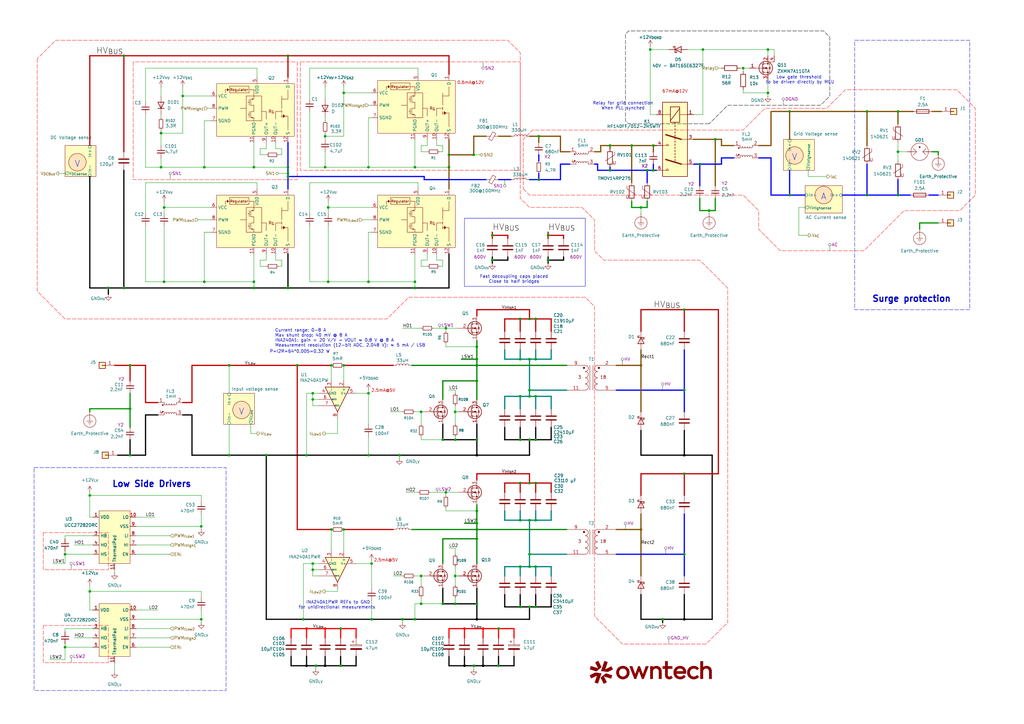
<source format=kicad_sch>
(kicad_sch (version 20250114) (generator "eeschema") (generator_version "9.0")
  (paper "A3")
  (circle (center 337.82 80.01) (radius 3.5921) (stroke (width 0) (color 132 0 0 1)) (fill (type color) (color 255 229 191 1)))
  (rectangle (start 350.52 16.51) (end 397.764 127) (stroke (width 0) (type dash)))
  (rectangle (start 13.97 191.77) (end 92.71 283.21) (stroke (width 0) (type dash)))
  (circle (center 99.06 168.148) (radius 3.5921) (stroke (width 0) (color 132 0 0 1)) (fill (type color) (color 255 229 191 1)))
  (rectangle (start 190.5 89.535) (end 240.03 117.475))
  (circle (center 31.75 66.548) (radius 3.5921) (stroke (width 0) (color 132 0 0 1)) (fill (type color) (color 255 229 191 1)))
  (circle (center 325.882 63.754) (radius 3.5921) (stroke (width 0) (color 132 0 0 1)) (fill (type color) (color 255 229 191 1)))
  (text "V" (at 31.75 67.31 0) (effects (font (size 2.54 2.54))))
  (text "Surge protection" (at 373.888 122.682 0) (effects (font (size 2.54 2.54) (thickness 0.508) (bold yes))))
  (text "V" (at 325.882 64.516 0) (effects (font (size 2.54 2.54))))
  (text "P=I2R=64*0,005=0,32 W" (at 122.936 144.272 0) (effects (font (size 1.27 1.27))))
  (text "Low gate threshold \nto be driven directly by MCU" (at 328.168 32.766 0) (effects (font (size 1.27 1.27))))
  (text "V" (at 99.06 168.91 0) (effects (font (size 2.54 2.54))))
  (text "2.5mA@5V" (at 158.242 229.87 0) (effects (font (size 1.27 1.27))))
  (text "Current range: 0-8 A\nMax shunt drop: 40 mV @ 8 A\nINA240A1: gain = 20 V/V → VOUT ≈ 0.8 V @ 8 A\nMeasurement resolution (12-bit ADC, 2.048 V): ≈ 5 mA / LSB" (at 112.776 138.684 0) (effects (font (size 1.27 1.27)) (justify left)))
  (text "Low Side Drivers" (at 62.23 198.628 0) (effects (font (size 2.54 2.54) (thickness 0.508) (bold yes))))
  (text "67mA@12V" (at 276.86 37.592 0) (effects (font (size 1.27 1.27))))
  (text "2.5mA@5V" (at 157.226 160.274 0) (effects (font (size 1.27 1.27))))
  (text "Fast decoupling caps placed\nClose to half bridges" (at 210.82 114.554 0) (effects (font (size 1.27 1.27))))
  (text "INA240A1PWR REFs to GND\nfor unidirectional measurements " (at 138.684 248.158 0) (effects (font (size 1.27 1.27))))
  (text "Relay for grid connection\nWhen PLL synched" (at 255.524 43.434 0) (effects (font (size 1.27 1.27))))
  (text "0.6mA@12V" (at 193.04 34.036 0) (effects (font (size 1.27 1.27))))
  (text "A" (at 337.82 80.772 0) (effects (font (size 2.54 2.54))))
  (junction (at 67.31 85.09))
  (junction (at 50.8 22.86))
  (junction (at 355.6 80.01))
  (junction (at 74.93 39.37))
  (junction (at 220.98 55.88))
  (junction (at 118.11 72.39))
  (junction (at 53.34 149.86))
  (junction (at 195.58 217.17) (color 0 132 0 1))
  (junction (at 83.82 115.57))
  (junction (at 50.8 118.11))
  (junction (at 280.67 254) (color 0 0 0 1))
  (junction (at 219.71 232.41))
  (junction (at 267.97 59.69))
  (junction (at 139.7 257.81))
  (junction (at 163.83 186.69))
  (junction (at 195.58 149.86) (color 0 132 0 1))
  (junction (at 66.04 68.58))
  (junction (at 262.89 85.09))
  (junction (at 134.62 115.57))
  (junction (at 280.67 194.31))
  (junction (at 368.3 62.23))
  (junction (at 271.78 254))
  (junction (at 280.67 227.33))
  (junction (at 220.98 73.66))
  (junction (at 267.97 69.85))
  (junction (at 219.71 180.34))
  (junction (at 128.27 163.83))
  (junction (at 213.36 147.32))
  (junction (at 182.88 134.62))
  (junction (at 195.58 214.63))
  (junction (at 151.13 186.69))
  (junction (at 323.85 80.01))
  (junction (at 198.12 257.81) (color 255 0 0 1))
  (junction (at 190.5 257.81) (color 255 0 0 1))
  (junction (at 118.11 22.86))
  (junction (at 125.73 273.05) (color 0 0 0 1))
  (junction (at 219.71 147.32))
  (junction (at 66.04 54.61))
  (junction (at 135.89 217.17))
  (junction (at 262.89 217.17) (color 128 77 0 1))
  (junction (at 184.15 68.58))
  (junction (at 140.97 38.1))
  (junction (at 195.58 186.69) (color 0 0 0 1))
  (junction (at 217.17 248.92))
  (junction (at 140.97 217.17))
  (junction (at 213.36 180.34))
  (junction (at 250.19 69.85))
  (junction (at 93.98 186.69))
  (junction (at 219.71 213.36))
  (junction (at 213.36 162.56))
  (junction (at 217.17 162.56))
  (junction (at 213.36 130.81))
  (junction (at 287.02 67.31))
  (junction (at 195.58 209.55))
  (junction (at 219.71 162.56))
  (junction (at 195.58 220.98))
  (junction (at 181.61 180.34))
  (junction (at 139.7 273.05))
  (junction (at 170.18 115.57))
  (junction (at 44.45 118.11))
  (junction (at 190.5 273.05) (color 0 0 0 1))
  (junction (at 104.14 118.11))
  (junction (at 186.69 168.91))
  (junction (at 152.4 231.14))
  (junction (at 170.18 254))
  (junction (at 217.17 130.81))
  (junction (at 213.36 213.36))
  (junction (at 195.58 180.34))
  (junction (at 304.8 27.94))
  (junction (at 213.36 198.12))
  (junction (at 314.96 38.1))
  (junction (at 265.43 69.85))
  (junction (at 355.6 45.72))
  (junction (at 124.46 254))
  (junction (at 293.37 57.15))
  (junction (at 26.67 265.43))
  (junction (at 201.93 96.52))
  (junction (at 224.79 96.52))
  (junction (at 104.14 68.58))
  (junction (at 186.69 236.22))
  (junction (at 133.35 55.88))
  (junction (at 26.67 227.33))
  (junction (at 170.18 68.58))
  (junction (at 151.13 115.57))
  (junction (at 217.17 232.41))
  (junction (at 118.11 68.58))
  (junction (at 172.72 168.91))
  (junction (at 172.72 247.65))
  (junction (at 195.58 247.65))
  (junction (at 280.67 127))
  (junction (at 323.85 45.72))
  (junction (at 125.73 186.69))
  (junction (at 290.83 86.36))
  (junction (at 181.61 247.65))
  (junction (at 182.88 201.93))
  (junction (at 368.3 80.01))
  (junction (at 288.29 20.32))
  (junction (at 133.35 257.81) (color 255 0 0 1))
  (junction (at 204.47 257.81))
  (junction (at 135.89 149.86))
  (junction (at 121.92 149.86))
  (junction (at 134.62 85.09))
  (junction (at 213.36 248.92))
  (junction (at 266.7 20.32))
  (junction (at 82.55 215.9))
  (junction (at 217.17 147.32))
  (junction (at 195.58 156.21))
  (junction (at 217.17 213.36))
  (junction (at 195.58 147.32))
  (junction (at 118.11 118.11))
  (junction (at 219.71 248.92))
  (junction (at 165.1 254))
  (junction (at 314.96 20.32))
  (junction (at 194.31 63.5))
  (junction (at 170.18 118.11))
  (junction (at 125.73 257.81) (color 255 0 0 1))
  (junction (at 53.34 186.69))
  (junction (at 140.97 149.86))
  (junction (at 201.93 106.68))
  (junction (at 128.27 233.68))
  (junction (at 172.72 236.22))
  (junction (at 67.31 115.57))
  (junction (at 83.82 68.58))
  (junction (at 194.31 273.05))
  (junction (at 36.83 242.57))
  (junction (at 217.17 180.34))
  (junction (at 104.14 115.57))
  (junction (at 368.3 45.72))
  (junction (at 128.27 161.29))
  (junction (at 151.13 161.29))
  (junction (at 151.13 68.58))
  (junction (at 186.69 247.65))
  (junction (at 152.4 254))
  (junction (at 219.71 130.81))
  (junction (at 224.79 106.68))
  (junction (at 280.67 160.02))
  (junction (at 129.54 273.05))
  (junction (at 204.47 273.05))
  (junction (at 128.27 231.14))
  (junction (at 280.67 186.69) (color 0 0 0 1))
  (junction (at 36.83 203.2))
  (junction (at 93.98 149.86))
  (junction (at 53.34 167.64))
  (junction (at 217.17 160.02))
  (junction (at 133.35 68.58))
  (junction (at 109.22 186.69))
  (junction (at 133.35 273.05) (color 0 0 0 1))
  (junction (at 219.71 198.12))
  (junction (at 186.69 180.34))
  (junction (at 118.11 71.12))
  (junction (at 217.17 227.33))
  (junction (at 217.17 198.12))
  (junction (at 250.19 59.69))
  (junction (at 262.89 149.86) (color 128 77 0 1))
  (junction (at 259.08 59.69))
  (junction (at 82.55 254))
  (junction (at 184.15 63.5))
  (junction (at 195.58 254) (color 0 0 0 1))
  (junction (at 198.12 273.05) (color 0 0 0 1))
  (junction (at 213.36 232.41))
  (junction (at 195.58 142.24))
  (bus_entry (at 224.79 -44.45) (size 2.54 2.54))
  (bus_entry (at 162.56 -60.96) (size 2.54 2.54))
  (bus_entry (at 106.68 -81.28) (size 2.54 2.54))
  (wire (pts (xy 201.93 331.47) (xy 201.93 335.28)))
  (wire (pts (xy 170.18 236.22) (xy 172.72 236.22)))
  (wire (pts (xy 207.01 198.12) (xy 207.01 201.93)) (stroke (width 0.5) (color 194 0 0 1)))
  (wire (pts (xy 195.58 209.55) (xy 195.58 214.63)) (stroke (width 0.5) (color 0 132 0 1)))
  (wire (pts (xy 133.35 273.05) (xy 139.7 273.05)) (stroke (width 0.5) (color 0 0 0 1)))
  (wire (pts (xy 259.08 59.69) (xy 259.08 74.93)) (stroke (width 0.5) (color 128 77 0 1)))
  (wire (pts (xy 184.15 160.02) (xy 186.69 160.02)))
  (wire (pts (xy 284.48 57.15) (xy 293.37 57.15)) (stroke (width 0.5) (color 128 77 0 1)))
  (wire (pts (xy 78.74 186.69) (xy 93.98 186.69)) (stroke (width 0.5) (color 0 0 0 1)))
  (wire (pts (xy 186.69 236.22) (xy 187.96 236.22)))
  (wire (pts (xy 274.32 20.32) (xy 266.7 20.32)))
  (wire (pts (xy 134.62 115.57) (xy 151.13 115.57)))
  (wire (pts (xy 207.01 232.41) (xy 207.01 236.22)) (stroke (width 0.5) (color 0 132 132 1)))
  (wire (pts (xy 152.4 231.14) (xy 152.4 241.3)))
  (wire (pts (xy 317.5 22.86) (xy 317.5 20.32)))
  (wire (pts (xy 444.5 182.88) (xy 467.36 182.88)))
  (wire (pts (xy 36.83 201.93) (xy 36.83 203.2)))
  (wire (pts (xy 186.69 166.37) (xy 186.69 168.91)))
  (wire (pts (xy 66.04 54.61) (xy 66.04 59.69)))
  (wire (pts (xy 184.15 257.81) (xy 190.5 257.81)) (stroke (width 0.5) (color 255 0 0 1)))
  (wire (pts (xy 195.58 217.17) (xy 232.41 217.17)) (stroke (width 0.5) (color 0 132 0 1)))
  (wire (pts (xy 316.23 59.69) (xy 311.15 59.69)) (stroke (width 0.5) (color 128 77 0 1)))
  (wire (pts (xy 179.07 57.15) (xy 179.07 59.69)))
  (wire (pts (xy 106.68 63.5) (xy 109.22 63.5)))
  (wire (pts (xy 201.93 96.52) (xy 208.28 96.52)) (stroke (width 0.5) (color 194 0 0 1)))
  (wire (pts (xy 213.36 198.12) (xy 213.36 201.93)) (stroke (width 0.5) (color 194 0 0 1)))
  (wire (pts (xy 82.55 210.82) (xy 82.55 215.9)))
  (wire (pts (xy 288.29 20.32) (xy 288.29 46.99)))
  (wire (pts (xy 140.97 35.56) (xy 140.97 38.1)))
  (wire (pts (xy 186.69 245.11) (xy 186.69 247.65)))
  (wire (pts (xy 83.82 68.58) (xy 104.14 68.58)))
  (wire (pts (xy 186.69 179.07) (xy 186.69 180.34)))
  (wire (pts (xy 26.67 270.51) (xy 26.67 265.43)))
  (wire (pts (xy 368.3 66.04) (xy 368.3 62.23)))
  (wire (pts (xy 171.45 74.93) (xy 171.45 77.47)))
  (wire (pts (xy 140.97 38.1) (xy 152.4 38.1)))
  (wire (pts (xy 50.8 69.85) (xy 50.8 118.11)) (stroke (width 0.5) (color 0 0 0 1)))
  (wire (pts (xy 184.15 224.79) (xy 186.69 224.79)))
  (wire (pts (xy 207.01 130.81) (xy 207.01 135.89)) (stroke (width 0.5) (color 194 0 0 1)))
  (wire (pts (xy 46.99 275.59) (xy 46.99 271.78)))
  (wire (pts (xy 50.8 22.86) (xy 50.8 62.23)) (stroke (width 0.5) (color 194 0 0 1)))
  (wire (pts (xy 226.06 213.36) (xy 226.06 209.55)) (stroke (width 0.5) (color 0 132 132 1)))
  (wire (pts (xy 330.2 85.09) (xy 327.66 85.09)))
  (wire (pts (xy 213.36 143.51) (xy 213.36 147.32)) (stroke (width 0.5) (color 0 132 132 1)))
  (wire (pts (xy 151.13 186.69) (xy 163.83 186.69)) (stroke (width 0.5) (color 0 0 0 1)))
  (wire (pts (xy 217.17 248.92) (xy 219.71 248.92)) (stroke (width 0.5) (color 0 0 0 1)))
  (wire (pts (xy 219.71 213.36) (xy 226.06 213.36)) (stroke (width 0.5) (color 0 132 132 1)))
  (wire (pts (xy 124.46 254) (xy 152.4 254)) (stroke (width 0.5) (color 0 0 0 1)))
  (wire (pts (xy 172.72 247.65) (xy 181.61 247.65)))
  (wire (pts (xy 127 74.93) (xy 127 87.63)))
  (wire (pts (xy 219.71 248.92) (xy 219.71 243.84)) (stroke (width 0.5) (color 0 0 0 1)))
  (wire (pts (xy 152.4 48.26) (xy 151.13 48.26)))
  (wire (pts (xy 262.89 127) (xy 280.67 127)) (stroke (width 0.5) (color 194 0 0 1)))
  (wire (pts (xy 171.45 27.94) (xy 171.45 30.48)))
  (wire (pts (xy 213.36 130.81) (xy 213.36 135.89)) (stroke (width 0.5) (color 194 0 0 1)))
  (wire (pts (xy 288.29 46.99) (xy 284.48 46.99)))
  (wire (pts (xy 59.69 74.93) (xy 59.69 87.63)))
  (wire (pts (xy 384.81 62.23) (xy 384.81 63.5)) (stroke (width 0.5)))
  (wire (pts (xy 130.81 163.83) (xy 128.27 163.83)))
  (wire (pts (xy 26.67 227.33) (xy 38.1 227.33)))
  (wire (pts (xy 280.67 194.31) (xy 294.64 194.31)) (stroke (width 0.5) (color 194 0 0 1)))
  (wire (pts (xy 172.72 180.34) (xy 181.61 180.34)))
  (wire (pts (xy 165.1 255.27) (xy 165.1 254)))
  (wire (pts (xy 207.01 147.32) (xy 207.01 143.51)) (stroke (width 0.5) (color 0 132 132 1)))
  (wire (pts (xy 445.77 212.09) (xy 445.77 215.9)))
  (wire (pts (xy 181.61 180.34) (xy 181.61 173.99)) (stroke (width 0.5) (color 0 0 0 1)))
  (wire (pts (xy 231.14 106.68) (xy 231.14 105.41)) (stroke (width 0.5) (color 0 0 0 1)))
  (wire (pts (xy 224.79 105.41) (xy 224.79 106.68)) (stroke (width 0.5) (color 0 0 0 1)))
  (wire (pts (xy 119.38 257.81) (xy 125.73 257.81)) (stroke (width 0.5) (color 255 0 0 1)))
  (wire (pts (xy 106.68 60.96) (xy 106.68 63.5)))
  (wire (pts (xy 220.98 73.66) (xy 229.87 73.66)) (stroke (width 0.5) (color 0 0 255 1)))
  (wire (pts (xy 217.17 198.12) (xy 219.71 198.12)) (stroke (width 0.5) (color 194 0 0 1)))
  (wire (pts (xy 262.89 176.53) (xy 262.89 186.69)) (stroke (width 0.5) (color 0 0 0 1)))
  (wire (pts (xy 281.94 20.32) (xy 288.29 20.32)))
  (wire (pts (xy 213.36 232.41) (xy 207.01 232.41)) (stroke (width 0.5) (color 0 132 132 1)))
  (wire (pts (xy 262.89 127) (xy 262.89 135.89)) (stroke (width 0.5) (color 194 0 0 1)))
  (wire (pts (xy 78.74 186.69) (xy 78.74 170.18)) (stroke (width 0.5) (color 0 0 0 1)))
  (wire (pts (xy 125.73 161.29) (xy 125.73 186.69)))
  (wire (pts (xy 229.87 73.66) (xy 229.87 67.31)) (stroke (width 0.5) (color 0 0 255 1)))
  (wire (pts (xy 293.37 57.15) (xy 293.37 76.2)) (stroke (width 0.5) (color 128 77 0 1)))
  (wire (pts (xy 217.17 227.33) (xy 217.17 232.41)) (stroke (width 0.5) (color 0 132 132 1)))
  (wire (pts (xy 36.83 250.19) (xy 38.1 250.19)))
  (wire (pts (xy 217.17 160.02) (xy 232.41 160.02)) (stroke (width 0.5) (color 0 132 132 1)))
  (wire (pts (xy 55.88 265.43) (xy 69.85 265.43)))
  (wire (pts (xy 127 27.94) (xy 171.45 27.94)))
  (wire (pts (xy 210.82 273.05) (xy 210.82 269.24)) (stroke (width 0.5) (color 0 0 0 1)))
  (wire (pts (xy 113.03 58.42) (xy 113.03 60.96)))
  (wire (pts (xy 226.06 248.92) (xy 226.06 243.84)) (stroke (width 0.5) (color 0 0 0 1)))
  (wire (pts (xy 104.14 68.58) (xy 118.11 68.58)))
  (wire (pts (xy 130.81 236.22) (xy 128.27 236.22)))
  (wire (pts (xy 165.1 254) (xy 170.18 254)) (stroke (width 0.5) (color 0 0 0 1)))
  (wire (pts (xy 208.28 96.52) (xy 208.28 97.79)) (stroke (width 0.5) (color 194 0 0 1)))
  (wire (pts (xy 59.69 68.58) (xy 66.04 68.58)))
  (wire (pts (xy 166.37 201.93) (xy 171.45 201.93)))
  (wire (pts (xy 102.87 177.8) (xy 105.41 177.8)))
  (wire (pts (xy 241.3 331.47) (xy 241.3 335.28)))
  (wire (pts (xy 83.82 49.53) (xy 83.82 68.58)))
  (wire (pts (xy 186.69 247.65) (xy 195.58 247.65)) (stroke (width 0.5) (color 0 0 0 1)))
  (wire (pts (xy 146.05 257.81) (xy 146.05 261.62)) (stroke (width 0.5) (color 255 0 0 1)))
  (wire (pts (xy 146.05 231.14) (xy 152.4 231.14)))
  (wire (pts (xy 287.02 67.31) (xy 284.48 67.31)) (stroke (width 0.5) (color 0 0 255 1)))
  (wire (pts (xy 115.57 106.68) (xy 113.03 106.68)))
  (wire (pts (xy 208.28 106.68) (xy 208.28 105.41)) (stroke (width 0.5) (color 0 0 0 1)))
  (wire (pts (xy 83.82 95.25) (xy 83.82 115.57)))
  (wire (pts (xy 182.88 209.55) (xy 195.58 209.55)))
  (wire (pts (xy 195.58 180.34) (xy 186.69 180.34)) (stroke (width 0.5) (color 0 0 0 1)))
  (wire (pts (xy 271.78 254) (xy 271.78 255.27)) (stroke (width 0.5) (color 0 0 0 1)))
  (wire (pts (xy 194.31 63.5) (xy 194.31 55.88)) (stroke (width 0.5) (color 128 77 0 1)))
  (wire (pts (xy 220.98 55.88) (xy 229.87 55.88)) (stroke (width 0.5) (color 128 77 0 1)))
  (wire (pts (xy 109.22 186.69) (xy 125.73 186.69)) (stroke (width 0.5) (color 0 0 0 1)))
  (wire (pts (xy 26.67 259.08) (xy 26.67 257.81)))
  (wire (pts (xy 114.3 109.22) (xy 115.57 109.22)))
  (wire (pts (xy 187.96 201.93) (xy 182.88 201.93)))
  (wire (pts (xy 201.93 105.41) (xy 201.93 106.68)) (stroke (width 0.5) (color 0 0 0 1)))
  (wire (pts (xy 53.34 180.34) (xy 53.34 186.69)) (stroke (width 0.5) (color 0 0 0 1)))
  (wire (pts (xy 109.22 58.42) (xy 109.22 60.96)))
  (wire (pts (xy 115.57 63.5) (xy 115.57 60.96)))
  (wire (pts (xy 67.31 87.63) (xy 67.31 85.09)))
  (wire (pts (xy 83.82 95.25) (xy 86.36 95.25)))
  (wire (pts (xy 133.35 62.23) (xy 133.35 68.58)))
  (wire (pts (xy 201.93 95.25) (xy 201.93 96.52)) (stroke (width 0.5) (color 194 0 0 1)))
  (wire (pts (xy 133.35 68.58) (xy 151.13 68.58)))
  (wire (pts (xy 207.01 147.32) (xy 213.36 147.32)) (stroke (width 0.5) (color 0 132 132 1)))
  (wire (pts (xy 36.83 22.86) (xy 50.8 22.86)) (stroke (width 0.5) (color 194 0 0 1)))
  (wire (pts (xy 128.27 233.68) (xy 130.81 233.68)))
  (wire (pts (xy 74.93 54.61) (xy 74.93 39.37)))
  (wire (pts (xy 82.55 254) (xy 82.55 255.27)))
  (wire (pts (xy 135.89 149.86) (xy 135.89 156.21)))
  (wire (pts (xy 195.58 194.31) (xy 217.17 194.31)) (stroke (width 0.5) (color 194 0 0 1)))
  (wire (pts (xy 133.35 257.81) (xy 133.35 261.62)) (stroke (width 0.5) (color 255 0 0 1)))
  (wire (pts (xy 219.71 130.81) (xy 226.06 130.81)) (stroke (width 0.5) (color 194 0 0 1)))
  (wire (pts (xy 217.17 147.32) (xy 217.17 160.02)) (stroke (width 0.5) (color 0 132 132 1)))
  (wire (pts (xy 209.55 331.47) (xy 209.55 335.28)))
  (wire (pts (xy 175.26 106.68) (xy 172.72 106.68)))
  (wire (pts (xy 26.67 264.16) (xy 26.67 265.43)))
  (wire (pts (xy 213.36 198.12) (xy 207.01 198.12)) (stroke (width 0.5) (color 194 0 0 1)))
  (wire (pts (xy 170.18 254) (xy 195.58 254)) (stroke (width 0.5) (color 0 0 0 1)))
  (wire (pts (xy 24.13 71.12) (xy 26.67 71.12)))
  (wire (pts (xy 245.11 67.31) (xy 243.84 67.31)) (stroke (width 0.5) (color 0 0 255 1)))
  (wire (pts (xy 294.64 27.94) (xy 295.91 27.94)))
  (wire (pts (xy 224.79 106.68) (xy 231.14 106.68)) (stroke (width 0.5) (color 0 0 0 1)))
  (wire (pts (xy 133.35 55.88) (xy 140.97 55.88)))
  (wire (pts (xy 173.99 72.39) (xy 173.99 73.66)) (stroke (width 0.5) (color 0 0 255 1)))
  (wire (pts (xy 128.27 233.68) (xy 128.27 231.14)))
  (wire (pts (xy 172.72 168.91) (xy 172.72 173.99)))
  (wire (pts (xy 224.79 96.52) (xy 224.79 97.79)) (stroke (width 0.5) (color 194 0 0 1)))
  (wire (pts (xy 173.99 236.22) (xy 172.72 236.22)))
  (wire (pts (xy 355.6 67.31) (xy 355.6 80.01)) (stroke (width 0.5) (color 0 0 255 1)))
  (wire (pts (xy 213.36 243.84) (xy 213.36 248.92)) (stroke (width 0.5) (color 0 0 0 1)))
  (wire (pts (xy 345.44 80.01) (xy 355.6 80.01)) (stroke (width 0.5) (color 0 0 255 1)))
  (wire (pts (xy 229.87 67.31) (xy 233.68 67.31)) (stroke (width 0.5) (color 0 0 255 1)))
  (wire (pts (xy 181.61 106.68) (xy 179.07 106.68)))
  (wire (pts (xy 175.26 59.69) (xy 172.72 59.69)))
  (wire (pts (xy 151.13 68.58) (xy 170.18 68.58)))
  (wire (pts (xy 30.48 261.62) (xy 38.1 261.62)))
  (wire (pts (xy 195.58 207.01) (xy 195.58 209.55)) (stroke (width 0.5) (color 0 132 0 1)))
  (wire (pts (xy 217.17 55.88) (xy 220.98 55.88)) (stroke (width 0.5) (color 128 77 0 1)))
  (wire (pts (xy 220.98 63.5) (xy 220.98 66.04)) (stroke (width 0.5) (color 0 0 255 1)))
  (wire (pts (xy 78.74 170.18) (xy 74.93 170.18)) (stroke (width 0.5) (color 0 0 0 1)))
  (wire (pts (xy 114.3 71.12) (xy 118.11 71.12)))
  (wire (pts (xy 53.34 186.69) (xy 59.69 186.69)) (stroke (width 0.5) (color 0 0 0 1)))
  (wire (pts (xy 229.87 55.88) (xy 229.87 62.23)) (stroke (width 0.5) (color 128 77 0 1)))
  (wire (pts (xy 280.67 210.82) (xy 280.67 227.33)) (stroke (width 0.5) (color 0 0 255 1)))
  (wire (pts (xy 280.67 243.84) (xy 280.67 254)) (stroke (width 0.5) (color 0 0 0 1)))
  (wire (pts (xy 246.38 59.69) (xy 246.38 62.23)) (stroke (width 0.5) (color 128 77 0 1)))
  (wire (pts (xy 304.8 38.1) (xy 314.96 38.1)))
  (wire (pts (xy 181.61 109.22) (xy 181.61 106.68)))
  (wire (pts (xy 290.83 86.36) (xy 293.37 86.36)) (stroke (width 0.5)))
  (wire (pts (xy 184.15 273.05) (xy 190.5 273.05)) (stroke (width 0.5) (color 0 0 0 1)))
  (wire (pts (xy 128.27 236.22) (xy 128.27 233.68)))
  (wire (pts (xy 140.97 55.88) (xy 140.97 38.1)))
  (wire (pts (xy 128.27 163.83) (xy 128.27 161.29)))
  (wire (pts (xy 85.09 44.45) (xy 86.36 44.45)))
  (wire (pts (xy 151.13 161.29) (xy 151.13 173.99)))
  (wire (pts (xy 53.34 149.86) (xy 53.34 156.21)) (stroke (width 0.5) (color 194 0 0 1)))
  (wire (pts (xy 217.17 227.33) (xy 232.41 227.33)) (stroke (width 0.5) (color 0 132 132 1)))
  (wire (pts (xy 59.69 115.57) (xy 67.31 115.57)))
  (wire (pts (xy 184.15 63.5) (xy 194.31 63.5)) (stroke (width 0.5) (color 128 77 0 1)))
  (wire (pts (xy 195.58 156.21) (xy 195.58 163.83)) (stroke (width 0.5) (color 0 132 0 1)))
  (wire (pts (xy 219.71 180.34) (xy 226.06 180.34)) (stroke (width 0.5) (color 0 0 0 1)))
  (wire (pts (xy 163.83 186.69) (xy 195.58 186.69)) (stroke (width 0.5) (color 0 0 0 1)))
  (wire (pts (xy 105.41 74.93) (xy 105.41 77.47)))
  (wire (pts (xy 175.26 57.15) (xy 175.26 59.69)))
  (wire (pts (xy 36.83 22.86) (xy 36.83 59.69)) (stroke (width 0.5) (color 194 0 0 1)))
  (wire (pts (xy 252.73 160.02) (xy 280.67 160.02)) (stroke (width 0.5) (color 0 0 255 1)))
  (wire (pts (xy 207.01 248.92) (xy 207.01 243.84)) (stroke (width 0.5) (color 0 0 0 1)))
  (wire (pts (xy 186.69 236.22) (xy 186.69 240.03)))
  (wire (pts (xy 314.96 20.32) (xy 317.5 20.32)))
  (wire (pts (xy 219.71 232.41) (xy 226.06 232.41)) (stroke (width 0.5) (color 0 132 132 1)))
  (wire (pts (xy 151.13 160.02) (xy 151.13 161.29)))
  (wire (pts (xy 304.8 27.94) (xy 304.8 29.21)))
  (wire (pts (xy 233.68 331.47) (xy 233.68 335.28)))
  (wire (pts (xy 213.36 130.81) (xy 207.01 130.81)) (stroke (width 0.5) (color 194 0 0 1)))
  (wire (pts (xy 224.79 106.68) (xy 224.79 107.95)) (stroke (width 0.5) (color 0 0 0 1)))
  (wire (pts (xy 152.4 229.87) (xy 152.4 231.14)))
  (wire (pts (xy 135.89 217.17) (xy 135.89 226.06)))
  (wire (pts (xy 250.19 59.69) (xy 259.08 59.69)) (stroke (width 0.5) (color 128 77 0 1)))
  (wire (pts (xy 55.88 227.33) (xy 69.85 227.33)))
  (wire (pts (xy 151.13 48.26) (xy 151.13 68.58)))
  (wire (pts (xy 21.59 231.14) (xy 26.67 231.14)))
  (wire (pts (xy 125.73 269.24) (xy 125.73 273.05)) (stroke (width 0.5) (color 0 0 0 1)))
  (wire (pts (xy 245.11 69.85) (xy 245.11 67.31)) (stroke (width 0.5) (color 0 0 255 1)))
  (wire (pts (xy 294.64 194.31) (xy 294.64 127)) (stroke (width 0.5) (color 194 0 0 1)))
  (wire (pts (xy 271.78 254) (xy 280.67 254)) (stroke (width 0.5) (color 0 0 0 1)))
  (wire (pts (xy 139.7 273.05) (xy 139.7 269.24)) (stroke (width 0.5) (color 0 0 0 1)))
  (wire (pts (xy 113.03 104.14) (xy 113.03 106.68)))
  (wire (pts (xy 217.17 162.56) (xy 219.71 162.56)) (stroke (width 0.5) (color 0 132 132 1)))
  (wire (pts (xy 219.71 162.56) (xy 226.06 162.56)) (stroke (width 0.5) (color 0 132 132 1)))
  (wire (pts (xy 186.69 168.91) (xy 186.69 173.99)))
  (wire (pts (xy 82.55 203.2) (xy 82.55 205.74)))
  (wire (pts (xy 127 45.72) (xy 127 68.58)))
  (wire (pts (xy 213.36 213.36) (xy 217.17 213.36)) (stroke (width 0.5) (color 0 132 132 1)))
  (wire (pts (xy 121.92 217.17) (xy 121.92 149.86)) (stroke (width 0.5) (color 194 0 0 1)))
  (wire (pts (xy 53.34 161.29) (xy 53.34 167.64)) (stroke (width 0.5)))
  (wire (pts (xy 118.11 72.39) (xy 118.11 77.47)) (stroke (width 0.5) (color 0 0 255 1)))
  (wire (pts (xy 316.23 45.72) (xy 316.23 59.69)) (stroke (width 0.5) (color 128 77 0 1)))
  (wire (pts (xy 36.83 240.03) (xy 36.83 242.57)))
  (wire (pts (xy 190.5 261.62) (xy 190.5 257.81)) (stroke (width 0.5) (color 255 0 0 1)))
  (wire (pts (xy 139.7 257.81) (xy 139.7 261.62)) (stroke (width 0.5) (color 255 0 0 1)))
  (wire (pts (xy 195.58 220.98) (xy 181.61 220.98)) (stroke (width 0.5) (color 0 132 0 1)))
  (wire (pts (xy 250.19 59.69) (xy 250.19 60.96)) (stroke (width 0.5) (color 128 77 0 1)))
  (wire (pts (xy 267.97 67.31) (xy 267.97 69.85)) (stroke (width 0.5) (color 0 0 255 1)))
  (wire (pts (xy 304.8 27.94) (xy 307.34 27.94)))
  (wire (pts (xy 186.69 160.02) (xy 186.69 161.29)))
  (wire (pts (xy 280.67 176.53) (xy 280.67 186.69)) (stroke (width 0.5) (color 0 0 0 1)))
  (wire (pts (xy 66.04 53.34) (xy 66.04 54.61)))
  (wire (pts (xy 172.72 62.23) (xy 175.26 62.23)))
  (wire (pts (xy 250.19 68.58) (xy 250.19 69.85)) (stroke (width 0.5) (color 0 0 255 1)))
  (wire (pts (xy 55.88 219.71) (xy 69.85 219.71)))
  (wire (pts (xy 104.14 104.14) (xy 104.14 115.57)))
  (wire (pts (xy 172.72 179.07) (xy 172.72 180.34)))
  (wire (pts (xy 314.96 38.1) (xy 314.96 39.37)))
  (wire (pts (xy 195.58 254) (xy 217.17 254)) (stroke (width 0.5) (color 0 0 0 1)))
  (wire (pts (xy 381 80.01) (xy 384.81 80.01)) (stroke (width 0.5) (color 0 0 255 1)))
  (wire (pts (xy 195.58 247.65) (xy 195.58 254)) (stroke (width 0.5) (color 0 0 0 1)))
  (wire (pts (xy 219.71 147.32) (xy 226.06 147.32)) (stroke (width 0.5) (color 0 132 132 1)))
  (wire (pts (xy 66.04 54.61) (xy 74.93 54.61)))
  (wire (pts (xy 134.62 87.63) (xy 134.62 85.09)))
  (wire (pts (xy 152.4 254) (xy 165.1 254)) (stroke (width 0.5) (color 0 0 0 1)))
  (wire (pts (xy 267.97 59.69) (xy 267.97 62.23)) (stroke (width 0.5) (color 128 77 0 1)))
  (wire (pts (xy 134.62 92.71) (xy 134.62 115.57)))
  (wire (pts (xy 339.09 72.39) (xy 331.47 72.39)))
  (wire (pts (xy 195.58 241.3) (xy 195.58 247.65)) (stroke (width 0.5) (color 0 0 0 1)))
  (wire (pts (xy 201.93 335.28) (xy 209.55 335.28)))
  (wire (pts (xy 355.6 45.72) (xy 368.3 45.72)) (stroke (width 0.5) (color 128 77 0 1)))
  (wire (pts (xy 201.93 314.96) (xy 201.93 317.5)))
  (wire (pts (xy 59.69 186.69) (xy 59.69 170.18)) (stroke (width 0.5) (color 0 0 0 1)))
  (wire (pts (xy 265.43 69.85) (xy 267.97 69.85)) (stroke (width 0.5) (color 0 0 255 1)))
  (wire (pts (xy 109.22 106.68) (xy 106.68 106.68)))
  (wire (pts (xy 314.96 20.32) (xy 314.96 22.86)))
  (wire (pts (xy 26.67 226.06) (xy 26.67 227.33)))
  (wire (pts (xy 182.88 134.62) (xy 187.96 134.62)))
  (wire (pts (xy 26.67 257.81) (xy 38.1 257.81)))
  (wire (pts (xy 181.61 59.69) (xy 179.07 59.69)))
  (wire (pts (xy 262.89 254) (xy 271.78 254)) (stroke (width 0.5) (color 0 0 0 1)))
  (wire (pts (xy 280.67 127) (xy 280.67 135.89)) (stroke (width 0.5) (color 194 0 0 1)))
  (wire (pts (xy 331.47 96.52) (xy 327.66 96.52)))
  (wire (pts (xy 146.05 273.05) (xy 146.05 269.24)) (stroke (width 0.5) (color 0 0 0 1)))
  (wire (pts (xy 280.67 186.69) (xy 292.1 186.69)) (stroke (width 0.5) (color 0 0 0 1)))
  (wire (pts (xy 355.6 80.01) (xy 368.3 80.01)) (stroke (width 0.5) (color 0 0 255 1)))
  (wire (pts (xy 195.58 127) (xy 195.58 129.54)) (stroke (width 0.5) (color 194 0 0 1)))
  (wire (pts (xy 175.26 104.14) (xy 175.26 106.68)))
  (wire (pts (xy 170.18 115.57) (xy 170.18 118.11)))
  (wire (pts (xy 327.66 85.09) (xy 327.66 96.52)))
  (wire (pts (xy 115.57 109.22) (xy 115.57 106.68)))
  (wire (pts (xy 67.31 92.71) (xy 67.31 115.57)))
  (wire (pts (xy 82.55 242.57) (xy 82.55 245.11)))
  (wire (pts (xy 195.58 217.17) (xy 195.58 220.98)) (stroke (width 0.5) (color 0 132 0 1)))
  (wire (pts (xy 36.83 167.64) (xy 36.83 168.91)) (stroke (width 0.5)))
  (wire (pts (xy 173.99 73.66) (xy 199.39 73.66)) (stroke (width 0.5) (color 0 0 255 1)))
  (wire (pts (xy 266.7 46.99) (xy 269.24 46.99)))
  (wire (pts (xy 217.17 73.66) (xy 220.98 73.66)) (stroke (width 0.5) (color 0 0 255 1)))
  (wire (pts (xy 119.38 273.05) (xy 125.73 273.05)) (stroke (width 0.5) (color 0 0 0 1)))
  (wire (pts (xy 176.53 201.93) (xy 182.88 201.93)))
  (wire (pts (xy 105.41 27.94) (xy 105.41 31.75)))
  (wire (pts (xy 213.36 180.34) (xy 207.01 180.34)) (stroke (width 0.5) (color 0 0 0 1)))
  (wire (pts (xy 262.89 143.51) (xy 262.89 149.86)) (stroke (width 0.5) (color 128 77 0 1)))
  (wire (pts (xy 287.02 67.31) (xy 295.91 67.31)) (stroke (width 0.5) (color 0 0 255 1)))
  (wire (pts (xy 46.99 234.95) (xy 46.99 233.68)))
  (wire (pts (xy 220.98 55.88) (xy 220.98 58.42)) (stroke (width 0.5) (color 128 77 0 1)))
  (wire (pts (xy 127 68.58) (xy 133.35 68.58)))
  (wire (pts (xy 163.83 187.96) (xy 163.83 186.69)))
  (wire (pts (xy 316.23 80.01) (xy 323.85 80.01)) (stroke (width 0.5) (color 0 0 255 1)))
  (wire (pts (xy 262.89 87.63) (xy 262.89 85.09)))
  (wire (pts (xy 184.15 104.14) (xy 184.15 118.11)) (stroke (width 0.5) (color 0 0 0 1)))
  (wire (pts (xy 213.36 175.26) (xy 213.36 180.34)) (stroke (width 0.5) (color 0 0 0 1)))
  (wire (pts (xy 67.31 115.57) (xy 83.82 115.57)))
  (wire (pts (xy 170.18 247.65) (xy 172.72 247.65)))
  (wire (pts (xy 201.93 96.52) (xy 201.93 97.79)) (stroke (width 0.5) (color 194 0 0 1)))
  (wire (pts (xy 246.38 59.69) (xy 250.19 59.69)) (stroke (width 0.5) (color 128 77 0 1)))
  (wire (pts (xy 83.82 49.53) (xy 86.36 49.53)))
  (wire (pts (xy 133.35 242.57) (xy 138.43 242.57)))
  (wire (pts (xy 46.99 149.86) (xy 53.34 149.86)) (stroke (width 0.5) (color 194 0 0 1)))
  (wire (pts (xy 195.58 173.99) (xy 195.58 180.34)) (stroke (width 0.5) (color 0 0 0 1)))
  (wire (pts (xy 172.72 59.69) (xy 172.72 62.23)))
  (wire (pts (xy 195.58 147.32) (xy 195.58 149.86)) (stroke (width 0.5) (color 0 132 0 1)))
  (wire (pts (xy 106.68 109.22) (xy 109.22 109.22)))
  (wire (pts (xy 44.45 118.11) (xy 50.8 118.11)) (stroke (width 0.5) (color 0 0 0 1)))
  (wire (pts (xy 133.35 35.56) (xy 133.35 40.64)))
  (wire (pts (xy 134.62 85.09) (xy 152.4 85.09)))
  (wire (pts (xy 36.83 203.2) (xy 82.55 203.2)))
  (wire (pts (xy 267.97 69.85) (xy 269.24 69.85)) (stroke (width 0.5) (color 0 0 255 1)))
  (wire (pts (xy 217.17 180.34) (xy 217.17 186.69)) (stroke (width 0.5) (color 0 0 0 1)))
  (wire (pts (xy 217.17 162.56) (xy 213.36 162.56)) (stroke (width 0.5) (color 0 132 132 1)))
  (wire (pts (xy 172.72 109.22) (xy 175.26 109.22)))
  (wire (pts (xy 377.19 91.44) (xy 377.19 93.98)) (stroke (width 0.5)))
  (wire (pts (xy 231.14 96.52) (xy 231.14 97.79)) (stroke (width 0.5) (color 194 0 0 1)))
  (wire (pts (xy 74.93 35.56) (xy 74.93 39.37)))
  (wire (pts (xy 170.18 118.11) (xy 184.15 118.11)) (stroke (width 0.5) (color 0 0 0 1)))
  (wire (pts (xy 152.4 246.38) (xy 152.4 254)))
  (wire (pts (xy 55.88 254) (xy 82.55 254)))
  (wire (pts (xy 53.34 149.86) (xy 59.69 149.86)) (stroke (width 0.5) (color 194 0 0 1)))
  (wire (pts (xy 125.73 257.81) (xy 133.35 257.81)) (stroke (width 0.5) (color 255 0 0 1)))
  (wire (pts (xy 184.15 261.62) (xy 184.15 257.81)) (stroke (width 0.5) (color 255 0 0 1)))
  (wire (pts (xy 129.54 274.32) (xy 129.54 273.05)))
  (wire (pts (xy 368.3 62.23) (xy 372.11 62.23)))
  (wire (pts (xy 83.82 115.57) (xy 104.14 115.57)))
  (wire (pts (xy 262.89 217.17) (xy 252.73 217.17)) (stroke (width 0.5) (color 128 77 0 1)))
  (wire (pts (xy 81.28 90.17) (xy 86.36 90.17)))
  (wire (pts (xy 30.48 223.52) (xy 38.1 223.52)))
  (wire (pts (xy 172.72 245.11) (xy 172.72 247.65)))
  (wire (pts (xy 194.31 274.32) (xy 194.31 273.05)))
  (wire (pts (xy 170.18 104.14) (xy 170.18 115.57)))
  (wire (pts (xy 198.12 273.05) (xy 204.47 273.05)) (stroke (width 0.5) (color 0 0 0 1)))
  (wire (pts (xy 140.97 149.86) (xy 161.29 149.86)) (stroke (width 0.5) (color 194 0 0 1)))
  (wire (pts (xy 160.02 168.91) (xy 165.1 168.91)))
  (wire (pts (xy 316.23 64.77) (xy 316.23 80.01)) (stroke (width 0.5) (color 0 0 255 1)))
  (wire (pts (xy 368.3 80.01) (xy 373.38 80.01)) (stroke (width 0.5) (color 0 0 255 1)))
  (wire (pts (xy 48.26 186.69) (xy 53.34 186.69)) (stroke (width 0.5) (color 0 0 0 1)))
  (wire (pts (xy 213.36 248.92) (xy 207.01 248.92)) (stroke (width 0.5) (color 0 0 0 1)))
  (wire (pts (xy 213.36 232.41) (xy 217.17 232.41)) (stroke (width 0.5) (color 0 132 132 1)))
  (wire (pts (xy 104.14 58.42) (xy 104.14 68.58)))
  (wire (pts (xy 26.67 265.43) (xy 38.1 265.43)))
  (wire (pts (xy 316.23 64.77) (xy 311.15 64.77)) (stroke (width 0.5) (color 0 0 255 1)))
  (wire (pts (xy 26.67 219.71) (xy 38.1 219.71)))
  (wire (pts (xy 189.23 147.32) (xy 195.58 147.32)) (stroke (width 0.5) (color 0 132 0 1)))
  (wire (pts (xy 226.06 198.12) (xy 226.06 201.93)) (stroke (width 0.5) (color 194 0 0 1)))
  (wire (pts (xy 102.87 173.99) (xy 102.87 177.8)))
  (wire (pts (xy 118.11 71.12) (xy 118.11 72.39)) (stroke (width 0.5) (color 0 0 255 1)))
  (wire (pts (xy 290.83 87.63) (xy 290.83 86.36)))
  (wire (pts (xy 20.32 270.51) (xy 26.67 270.51)))
  (wire (pts (xy 151.13 179.07) (xy 151.13 186.69)))
  (wire (pts (xy 118.11 22.86) (xy 118.11 31.75)) (stroke (width 0.5) (color 194 0 0 1)))
  (wire (pts (xy 78.74 165.1) (xy 74.93 165.1)) (stroke (width 0.5) (color 194 0 0 1)))
  (wire (pts (xy 204.47 257.81) (xy 210.82 257.81)) (stroke (width 0.5) (color 255 0 0 1)))
  (wire (pts (xy 93.98 186.69) (xy 109.22 186.69)) (stroke (width 0.5) (color 0 0 0 1)))
  (wire (pts (xy 190.5 214.63) (xy 195.58 214.63)) (stroke (width 0.5) (color 0 132 0 1)))
  (wire (pts (xy 280.67 127) (xy 294.64 127)) (stroke (width 0.5) (color 194 0 0 1)))
  (wire (pts (xy 93.98 149.86) (xy 121.92 149.86)) (stroke (width 0.5) (color 194 0 0 1)))
  (wire (pts (xy 55.88 250.19) (xy 64.77 250.19)))
  (wire (pts (xy 36.83 242.57) (xy 36.83 250.19)))
  (wire (pts (xy 287.02 67.31) (xy 287.02 76.2)) (stroke (width 0.5) (color 0 0 255 1)))
  (wire (pts (xy 195.58 142.24) (xy 195.58 147.32)) (stroke (width 0.5) (color 0 132 0 1)))
  (wire (pts (xy 259.08 85.09) (xy 262.89 85.09)) (stroke (width 0.5)))
  (wire (pts (xy 368.3 45.72) (xy 374.65 45.72)) (stroke (width 0.5) (color 128 77 0 1)))
  (wire (pts (xy 59.69 27.94) (xy 59.69 41.91)))
  (wire (pts (xy 82.55 250.19) (xy 82.55 254)))
  (wire (pts (xy 186.69 232.41) (xy 186.69 236.22)))
  (wire (pts (xy 109.22 60.96) (xy 106.68 60.96)))
  (wire (pts (xy 219.71 213.36) (xy 219.71 209.55)) (stroke (width 0.5) (color 0 132 132 1)))
  (wire (pts (xy 217.17 180.34) (xy 213.36 180.34)) (stroke (width 0.5) (color 0 0 0 1)))
  (wire (pts (xy 66.04 64.77) (xy 66.04 68.58)))
  (wire (pts (xy 74.93 39.37) (xy 86.36 39.37)))
  (wire (pts (xy 224.79 95.25) (xy 224.79 96.52)) (stroke (width 0.5) (color 194 0 0 1)))
  (wire (pts (xy 148.59 90.17) (xy 152.4 90.17)))
  (wire (pts (xy 219.71 130.81) (xy 219.71 135.89)) (stroke (width 0.5) (color 194 0 0 1)))
  (wire (pts (xy 219.71 180.34) (xy 219.71 175.26)) (stroke (width 0.5) (color 0 0 0 1)))
  (wire (pts (xy 133.35 177.8) (xy 138.43 177.8)))
  (wire (pts (xy 226.06 147.32) (xy 226.06 143.51)) (stroke (width 0.5) (color 0 132 132 1)))
  (wire (pts (xy 219.71 198.12) (xy 219.71 201.93)) (stroke (width 0.5) (color 194 0 0 1)))
  (wire (pts (xy 259.08 59.69) (xy 267.97 59.69)) (stroke (width 0.5) (color 128 77 0 1)))
  (wire (pts (xy 213.36 209.55) (xy 213.36 213.36)) (stroke (width 0.5) (color 0 132 132 1)))
  (wire (pts (xy 265.43 69.85) (xy 265.43 74.93)) (stroke (width 0.5) (color 0 0 255 1)))
  (wire (pts (xy 181.61 180.34) (xy 186.69 180.34)) (stroke (width 0.5) (color 0 0 0 1)))
  (wire (pts (xy 59.69 165.1) (xy 64.77 165.1)) (stroke (width 0.5) (color 194 0 0 1)))
  (wire (pts (xy 213.36 162.56) (xy 213.36 167.64)) (stroke (width 0.5) (color 0 132 132 1)))
  (wire (pts (xy 213.36 213.36) (xy 207.01 213.36)) (stroke (width 0.5) (color 0 132 132 1)))
  (wire (pts (xy 444.5 180.34) (xy 444.5 182.88)))
  (wire (pts (xy 262.89 194.31) (xy 262.89 203.2)) (stroke (width 0.5) (color 194 0 0 1)))
  (wire (pts (xy 182.88 134.62) (xy 182.88 135.89)))
  (wire (pts (xy 195.58 127) (xy 217.17 127)) (stroke (width 0.5) (color 194 0 0 1)))
  (wire (pts (xy 252.73 149.86) (xy 262.89 149.86)) (stroke (width 0.5) (color 128 77 0 1)))
  (wire (pts (xy 195.58 156.21) (xy 181.61 156.21)) (stroke (width 0.5) (color 0 132 0 1)))
  (wire (pts (xy 262.89 186.69) (xy 280.67 186.69)) (stroke (width 0.5) (color 0 0 0 1)))
  (wire (pts (xy 280.67 143.51) (xy 280.67 160.02)) (stroke (width 0.5) (color 0 0 255 1)))
  (wire (pts (xy 118.11 72.39) (xy 173.99 72.39)) (stroke (width 0.5) (color 0 0 255 1)))
  (wire (pts (xy 217.17 232.41) (xy 219.71 232.41)) (stroke (width 0.5) (color 0 132 132 1)))
  (wire (pts (xy 161.29 236.22) (xy 165.1 236.22)))
  (wire (pts (xy 186.69 227.33) (xy 186.69 224.79)))
  (wire (pts (xy 262.89 149.86) (xy 262.89 168.91)) (stroke (width 0.5) (color 128 77 0 1)))
  (wire (pts (xy 119.38 269.24) (xy 119.38 273.05)) (stroke (width 0.5) (color 0 0 0 1)))
  (wire (pts (xy 146.05 161.29) (xy 151.13 161.29)))
  (wire (pts (xy 177.8 134.62) (xy 182.88 134.62)))
  (wire (pts (xy 219.71 147.32) (xy 219.71 143.51)) (stroke (width 0.5) (color 0 132 132 1)))
  (wire (pts (xy 180.34 62.23) (xy 181.61 62.23)))
  (wire (pts (xy 219.71 162.56) (xy 219.71 167.64)) (stroke (width 0.5) (color 0 132 132 1)))
  (wire (pts (xy 67.31 82.55) (xy 67.31 85.09)))
  (wire (pts (xy 250.19 69.85) (xy 265.43 69.85)) (stroke (width 0.5) (color 0 0 255 1)))
  (wire (pts (xy 368.3 58.42) (xy 368.3 62.23)))
  (wire (pts (xy 36.83 118.11) (xy 44.45 118.11)) (stroke (width 0.5) (color 0 0 0 1)))
  (wire (pts (xy 292.1 186.69) (xy 292.1 254)) (stroke (width 0.5) (color 0 0 0 1)))
  (wire (pts (xy 368.3 45.72) (xy 368.3 50.8)) (stroke (width 0.5) (color 128 77 0 1)))
  (wire (pts (xy 195.58 149.86) (xy 195.58 156.21)) (stroke (width 0.5) (color 0 132 0 1)))
  (wire (pts (xy 245.11 69.85) (xy 250.19 69.85)) (stroke (width 0.5) (color 0 0 255 1)))
  (wire (pts (xy 182.88 209.55) (xy 182.88 208.28)))
  (wire (pts (xy 106.68 106.68) (xy 106.68 109.22)))
  (wire (pts (xy 139.7 257.81) (xy 146.05 257.81)) (stroke (width 0.5) (color 255 0 0 1)))
  (wire (pts (xy 217.17 213.36) (xy 217.17 227.33)) (stroke (width 0.5) (color 0 132 132 1)))
  (wire (pts (xy 67.31 85.09) (xy 86.36 85.09)))
  (wire (pts (xy 204.47 257.81) (xy 204.47 261.62)) (stroke (width 0.5) (color 255 0 0 1)))
  (wire (pts (xy 114.3 63.5) (xy 115.57 63.5)))
  (wire (pts (xy 182.88 201.93) (xy 182.88 203.2)))
  (wire (pts (xy 229.87 62.23) (xy 233.68 62.23)) (stroke (width 0.5) (color 128 77 0 1)))
  (wire (pts (xy 118.11 104.14) (xy 118.11 118.11)) (stroke (width 0.5) (color 0 0 0 1)))
  (wire (pts (xy 198.12 269.24) (xy 198.12 273.05)) (stroke (width 0.5) (color 0 0 0 1)))
  (wire (pts (xy 204.47 55.88) (xy 209.55 55.88)) (stroke (width 0.5) (color 128 77 0 1)))
  (wire (pts (xy 36.83 203.2) (xy 36.83 212.09)))
  (wire (pts (xy 217.17 213.36) (xy 219.71 213.36)) (stroke (width 0.5) (color 0 132 132 1)))
  (wire (pts (xy 168.91 217.17) (xy 195.58 217.17)) (stroke (width 0.5) (color 0 132 0 1)))
  (wire (pts (xy 36.83 167.64) (xy 53.34 167.64)) (stroke (width 0.5)))
  (wire (pts (xy 181.61 220.98) (xy 181.61 231.14)) (stroke (width 0.5) (color 0 132 0 1)))
  (wire (pts (xy 226.06 232.41) (xy 226.06 236.22)) (stroke (width 0.5) (color 0 132 132 1)))
  (wire (pts (xy 233.68 335.28) (xy 241.3 335.28)))
  (wire (pts (xy 165.1 134.62) (xy 172.72 134.62)))
  (wire (pts (xy 213.36 232.41) (xy 213.36 236.22)) (stroke (width 0.5) (color 0 132 132 1)))
  (wire (pts (xy 36.83 242.57) (xy 82.55 242.57)))
  (wire (pts (xy 127 92.71) (xy 127 115.57)))
  (wire (pts (xy 59.69 27.94) (xy 105.41 27.94)))
  (wire (pts (xy 368.3 73.66) (xy 368.3 80.01)) (stroke (width 0.5) (color 0 0 255 1)))
  (wire (pts (xy 207.01 180.34) (xy 207.01 175.26)) (stroke (width 0.5) (color 0 0 0 1)))
  (wire (pts (xy 133.35 55.88) (xy 133.35 57.15)))
  (wire (pts (xy 217.17 130.81) (xy 219.71 130.81)) (stroke (width 0.5) (color 194 0 0 1)))
  (wire (pts (xy 219.71 232.41) (xy 219.71 236.22)) (stroke (width 0.5) (color 0 132 132 1)))
  (wire (pts (xy 130.81 161.29) (xy 128.27 161.29)))
  (wire (pts (xy 262.89 243.84) (xy 262.89 254)) (stroke (width 0.5) (color 0 0 0 1)))
  (wire (pts (xy 26.67 231.14) (xy 26.67 227.33)))
  (wire (pts (xy 190.5 273.05) (xy 194.31 273.05)) (stroke (width 0.5) (color 0 0 0 1)))
  (wire (pts (xy 280.67 254) (xy 292.1 254)) (stroke (width 0.5) (color 0 0 0 1)))
  (wire (pts (xy 462.28 212.09) (xy 462.28 215.9)))
  (wire (pts (xy 151.13 95.25) (xy 152.4 95.25)))
  (wire (pts (xy 109.22 186.69) (xy 109.22 254)) (stroke (width 0.5) (color 0 0 0 1)))
  (wire (pts (xy 217.17 248.92) (xy 217.17 254)) (stroke (width 0.5) (color 0 0 0 1)))
  (wire (pts (xy 204.47 273.05) (xy 210.82 273.05)) (stroke (width 0.5) (color 0 0 0 1)))
  (wire (pts (xy 280.67 227.33) (xy 280.67 236.22)) (stroke (width 0.5) (color 0 0 255 1)))
  (wire (pts (xy 140.97 149.86) (xy 140.97 156.21)))
  (wire (pts (xy 129.54 273.05) (xy 133.35 273.05)) (stroke (width 0.5) (color 0 0 0 1)))
  (wire (pts (xy 295.91 57.15) (xy 295.91 59.69)) (stroke (width 0.5) (color 128 77 0 1)))
  (wire (pts (xy 55.88 257.81) (xy 69.85 257.81)))
  (wire (pts (xy 323.85 80.01) (xy 330.2 80.01)) (stroke (width 0.5) (color 0 0 255 1)))
  (wire (pts (xy 140.97 217.17) (xy 161.29 217.17)) (stroke (width 0.5) (color 194 0 0 1)))
  (wire (pts (xy 118.11 68.58) (xy 118.11 71.12)) (stroke (width 0.5) (color 0 0 255 1)))
  (wire (pts (xy 181.61 247.65) (xy 181.61 241.3)) (stroke (width 0.5) (color 0 0 0 1)))
  (wire (pts (xy 186.69 168.91) (xy 187.96 168.91)))
  (wire (pts (xy 323.85 45.72) (xy 355.6 45.72)) (stroke (width 0.5) (color 128 77 0 1)))
  (wire (pts (xy 217.17 127) (xy 217.17 130.81)) (stroke (width 0.5) (color 194 0 0 1)))
  (wire (pts (xy 293.37 81.28) (xy 293.37 86.36)) (stroke (width 0.5)))
  (wire (pts (xy 133.35 257.81) (xy 139.7 257.81)) (stroke (width 0.5) (color 255 0 0 1)))
  (wire (pts (xy 195.58 214.63) (xy 195.58 217.17)) (stroke (width 0.5) (color 0 132 0 1)))
  (wire (pts (xy 59.69 149.86) (xy 59.69 165.1)) (stroke (width 0.5) (color 194 0 0 1)))
  (wire (pts (xy 219.71 248.92) (xy 226.06 248.92)) (stroke (width 0.5) (color 0 0 0 1)))
  (wire (pts (xy 287.02 86.36) (xy 290.83 86.36)) (stroke (width 0.5)))
  (wire (pts (xy 130.81 166.37) (xy 128.27 166.37)))
  (wire (pts (xy 198.12 257.81) (xy 204.47 257.81)) (stroke (width 0.5) (color 255 0 0 1)))
  (wire (pts (xy 184.15 22.86) (xy 184.15 30.48)) (stroke (width 0.5) (color 194 0 0 1)))
  (wire (pts (xy 314.96 33.02) (xy 314.96 38.1)))
  (wire (pts (xy 128.27 166.37) (xy 128.27 163.83)))
  (wire (pts (xy 195.58 149.86) (xy 232.41 149.86)) (stroke (width 0.5) (color 0 132 0 1)))
  (wire (pts (xy 44.45 118.11) (xy 44.45 120.65)) (stroke (width 0.5) (color 0 0 0 1)))
  (wire (pts (xy 266.7 20.32) (xy 266.7 46.99)))
  (wire (pts (xy 78.74 149.86) (xy 78.74 165.1)) (stroke (width 0.5) (color 194 0 0 1)))
  (wire (pts (xy 59.69 74.93) (xy 105.41 74.93)))
  (wire (pts (xy 181.61 156.21) (xy 181.61 163.83)) (stroke (width 0.5) (color 0 132 0 1)))
  (wire (pts (xy 181.61 62.23) (xy 181.61 59.69)))
  (wire (pts (xy 121.92 217.17) (xy 135.89 217.17)) (stroke (width 0.5) (color 194 0 0 1)))
  (wire (pts (xy 224.79 314.96) (xy 224.79 317.5)))
  (wire (pts (xy 355.6 45.72) (xy 355.6 59.69)) (stroke (width 0.5) (color 128 77 0 1)))
  (wire (pts (xy 195.58 220.98) (xy 195.58 231.14)) (stroke (width 0.5) (color 0 132 0 1)))
  (wire (pts (xy 151.13 43.18) (xy 152.4 43.18)))
  (wire (pts (xy 66.04 35.56) (xy 66.04 39.37)))
  (wire (pts (xy 109.22 104.14) (xy 109.22 106.68)))
  (wire (pts (xy 66.04 46.99) (xy 66.04 48.26)))
  (wire (pts (xy 280.67 160.02) (xy 280.67 168.91)) (stroke (width 0.5) (color 0 0 255 1)))
  (wire (pts (xy 293.37 57.15) (xy 295.91 57.15)) (stroke (width 0.5) (color 128 77 0 1)))
  (wire (pts (xy 127 74.93) (xy 171.45 74.93)))
  (wire (pts (xy 190.5 269.24) (xy 190.5 273.05)) (stroke (width 0.5) (color 0 0 0 1)))
  (wire (pts (xy 316.23 45.72) (xy 323.85 45.72)) (stroke (width 0.5) (color 128 77 0 1)))
  (wire (pts (xy 59.69 170.18) (xy 64.77 170.18)) (stroke (width 0.5) (color 0 0 0 1)))
  (wire (pts (xy 217.17 248.92) (xy 213.36 248.92)) (stroke (width 0.5) (color 0 0 0 1)))
  (wire (pts (xy 50.8 22.86) (xy 118.11 22.86)) (stroke (width 0.5) (color 194 0 0 1)))
  (wire (pts (xy 213.36 162.56) (xy 207.01 162.56)) (stroke (width 0.5) (color 0 132 132 1)))
  (wire (pts (xy 303.53 27.94) (xy 304.8 27.94)))
  (wire (pts (xy 265.43 82.55) (xy 265.43 85.09)) (stroke (width 0.5)))
  (wire (pts (xy 213.36 130.81) (xy 217.17 130.81)) (stroke (width 0.5) (color 194 0 0 1)))
  (wire (pts (xy 104.14 115.57) (xy 104.14 118.11)))
  (wire (pts (xy 267.97 59.69) (xy 269.24 59.69)) (stroke (width 0.5) (color 128 77 0 1)))
  (wire (pts (xy 180.34 109.22) (xy 181.61 109.22)))
  (wire (pts (xy 26.67 220.98) (xy 26.67 219.71)))
  (wire (pts (xy 217.17 180.34) (xy 219.71 180.34)) (stroke (width 0.5) (color 0 0 0 1)))
  (wire (pts (xy 262.89 217.17) (xy 262.89 236.22)) (stroke (width 0.5) (color 128 77 0 1)))
  (wire (pts (xy 119.38 261.62) (xy 119.38 257.81)) (stroke (width 0.5) (color 255 0 0 1)))
  (wire (pts (xy 467.36 180.34) (xy 467.36 182.88)))
  (wire (pts (xy 50.8 118.11) (xy 104.14 118.11)) (stroke (width 0.5) (color 0 0 0 1)))
  (wire (pts (xy 109.22 254) (xy 124.46 254)) (stroke (width 0.5) (color 0 0 0 1)))
  (wire (pts (xy 190.5 257.81) (xy 198.12 257.81)) (stroke (width 0.5) (color 255 0 0 1)))
  (wire (pts (xy 104.14 118.11) (xy 118.11 118.11)) (stroke (width 0.5) (color 0 0 0 1)))
  (wire (pts (xy 207.01 213.36) (xy 207.01 209.55)) (stroke (width 0.5) (color 0 132 132 1)))
  (wire (pts (xy 184.15 269.24) (xy 184.15 273.05)) (stroke (width 0.5) (color 0 0 0 1)))
  (wire (pts (xy 121.92 149.86) (xy 135.89 149.86)) (stroke (width 0.5) (color 194 0 0 1)))
  (wire (pts (xy 138.43 241.3) (xy 138.43 242.57)))
  (wire (pts (xy 217.17 194.31) (xy 217.17 198.12)) (stroke (width 0.5) (color 194 0 0 1)))
  (wire (pts (xy 184.15 63.5) (xy 184.15 68.58)) (stroke (width 0.5) (color 128 77 0 1)))
  (wire (pts (xy 323.85 45.72) (xy 323.85 57.15)) (stroke (width 0.5) (color 128 77 0 1)))
  (wire (pts (xy 262.89 85.09) (xy 265.43 85.09)) (stroke (width 0.5)))
  (wire (pts (xy 198.12 257.81) (xy 198.12 261.62)) (stroke (width 0.5) (color 255 0 0 1)))
  (wire (pts (xy 78.74 149.86) (xy 93.98 149.86)) (stroke (width 0.5) (color 194 0 0 1)))
  (wire (pts (xy 195.58 186.69) (xy 217.17 186.69)) (stroke (width 0.5) (color 0 0 0 1)))
  (wire (pts (xy 194.31 55.88) (xy 199.39 55.88)) (stroke (width 0.5) (color 128 77 0 1)))
  (wire (pts (xy 323.85 69.85) (xy 323.85 80.01)) (stroke (width 0.5) (color 0 0 255 1)))
  (wire (pts (xy 124.46 231.14) (xy 124.46 254)))
  (wire (pts (xy 184.15 68.58) (xy 184.15 77.47)) (stroke (width 0.5) (color 128 77 0 1)))
  (wire (pts (xy 170.18 57.15) (xy 170.18 68.58)))
  (wire (pts (xy 168.91 149.86) (xy 195.58 149.86)) (stroke (width 0.5) (color 0 132 0 1)))
  (wire (pts (xy 170.18 168.91) (xy 172.72 168.91)))
  (wire (pts (xy 288.29 20.32) (xy 314.96 20.32)))
  (wire (pts (xy 125.73 273.05) (xy 129.54 273.05)) (stroke (width 0.5) (color 0 0 0 1)))
  (wire (pts (xy 181.61 247.65) (xy 186.69 247.65)) (stroke (width 0.5) (color 0 0 0 1)))
  (wire (pts (xy 115.57 60.96) (xy 113.03 60.96)))
  (wire (pts (xy 125.73 261.62) (xy 125.73 257.81)) (stroke (width 0.5) (color 255 0 0 1)))
  (wire (pts (xy 224.79 96.52) (xy 231.14 96.52)) (stroke (width 0.5) (color 194 0 0 1)))
  (wire (pts (xy 151.13 95.25) (xy 151.13 115.57)))
  (wire (pts (xy 139.7 273.05) (xy 146.05 273.05)) (stroke (width 0.5) (color 0 0 0 1)))
  (wire (pts (xy 170.18 68.58) (xy 184.15 68.58)))
  (wire (pts (xy 219.71 198.12) (xy 226.06 198.12)) (stroke (width 0.5) (color 194 0 0 1)))
  (wire (pts (xy 461.01 196.85) (xy 461.01 199.39)))
  (wire (pts (xy 220.98 71.12) (xy 220.98 73.66)) (stroke (width 0.5) (color 0 0 255 1)))
  (wire (pts (xy 133.35 48.26) (xy 133.35 49.53)))
  (wire (pts (xy 217.17 160.02) (xy 217.17 162.56)) (stroke (width 0.5) (color 0 132 132 1)))
  (wire (pts (xy 125.73 186.69) (xy 151.13 186.69)) (stroke (width 0.5) (color 0 0 0 1)))
  (wire (pts (xy 195.58 180.34) (xy 195.58 186.69)) (stroke (width 0.5) (color 0 0 0 1)))
  (wire (pts (xy 133.35 54.61) (xy 133.35 55.88)))
  (wire (pts (xy 331.47 72.39) (xy 331.47 69.85)))
  (wire (pts (xy 130.81 231.14) (xy 128.27 231.14)))
  (wire (pts (xy 213.36 147.32) (xy 217.17 147.32)) (stroke (width 0.5) (color 0 132 132 1)))
  (wire (pts (xy 133.35 269.24) (xy 133.35 273.05)) (stroke (width 0.5) (color 0 0 0 1)))
  (wire (pts (xy 384.81 91.44) (xy 377.19 91.44)) (stroke (width 0.5)))
  (wire (pts (xy 304.8 36.83) (xy 304.8 38.1)))
  (wire (pts (xy 170.18 247.65) (xy 170.18 254)))
  (wire (pts (xy 295.91 64.77) (xy 300.99 64.77)) (stroke (width 0.5) (color 0 0 255 1)))
  (wire (pts (xy 36.83 72.39) (xy 36.83 118.11)) (stroke (width 0.5) (color 0 0 0 1)))
  (wire (pts (xy 172.72 168.91) (xy 173.99 168.91)))
  (wire (pts (xy 127 27.94) (xy 127 40.64)))
  (wire (pts (xy 55.88 215.9) (xy 82.55 215.9)))
  (wire (pts (xy 210.82 257.81) (xy 210.82 261.62)) (stroke (width 0.5) (color 255 0 0 1)))
  (wire (pts (xy 201.93 106.68) (xy 208.28 106.68)) (stroke (width 0.5) (color 0 0 0 1)))
  (wire (pts (xy 217.17 147.32) (xy 219.71 147.32)) (stroke (width 0.5) (color 0 132 132 1)))
  (wire (pts (xy 226.06 180.34) (xy 226.06 175.26)) (stroke (width 0.5) (color 0 0 0 1)))
  (wire (pts (xy 201.93 106.68) (xy 201.93 107.95)) (stroke (width 0.5) (color 0 0 0 1)))
  (wire (pts (xy 53.34 167.64) (xy 53.34 175.26)) (stroke (width 0.5)))
  (wire (pts (xy 140.97 217.17) (xy 140.97 226.06)))
  (wire (pts (xy 55.88 261.62) (xy 69.85 261.62)))
  (wire (pts (xy 151.13 115.57) (xy 170.18 115.57)))
  (wire (pts (xy 226.06 162.56) (xy 226.06 167.64)) (stroke (width 0.5) (color 0 132 132 1)))
  (wire (pts (xy 182.88 142.24) (xy 195.58 142.24)))
  (wire (pts (xy 382.27 62.23) (xy 384.81 62.23)) (stroke (width 0.5)))
  (wire (pts (xy 194.31 63.5) (xy 196.85 63.5)))
  (wire (pts (xy 184.15 57.15) (xy 184.15 63.5)) (stroke (width 0.5) (color 128 77 0 1)))
  (wire (pts (xy 138.43 171.45) (xy 138.43 177.8)))
  (wire (pts (xy 195.58 194.31) (xy 195.58 196.85)) (stroke (width 0.5) (color 194 0 0 1)))
  (wire (pts (xy 59.69 46.99) (xy 59.69 68.58)))
  (wire (pts (xy 259.08 82.55) (xy 259.08 85.09)) (stroke (width 0.5)))
  (wire (pts (xy 204.47 273.05) (xy 204.47 269.24)) (stroke (width 0.5) (color 0 0 0 1)))
  (wire (pts (xy 280.67 194.31) (xy 280.67 203.2)) (stroke (width 0.5) (color 194 0 0 1)))
  (wire (pts (xy 194.31 273.05) (xy 198.12 273.05)) (stroke (width 0.5) (color 0 0 0 1)))
  (wire (pts (xy 118.11 22.86) (xy 184.15 22.86)) (stroke (width 0.5) (color 194 0 0 1)))
  (wire (pts (xy 266.7 19.05) (xy 266.7 20.32)))
  (wire (pts (xy 128.27 161.29) (xy 125.73 161.29)))
  (wire (pts (xy 217.17 198.12) (xy 213.36 198.12)) (stroke (width 0.5) (color 194 0 0 1)))
  (wire (pts (xy 295.91 59.69) (xy 300.99 59.69)) (stroke (width 0.5) (color 128 77 0 1)))
  (wire (pts (xy 262.89 210.82) (xy 262.89 217.17)) (stroke (width 0.5) (color 128 77 0 1)))
  (wire (pts (xy 444.5 196.85) (xy 444.5 200.66)))
  (wire (pts (xy 204.47 73.66) (xy 209.55 73.66)) (stroke (width 0.5) (color 0 0 255 1)))
  (wire (pts (xy 55.88 212.09) (xy 63.5 212.09)))
  (wire (pts (xy 295.91 67.31) (xy 295.91 64.77)) (stroke (width 0.5) (color 0 0 255 1)))
  (wire (pts (xy 93.98 149.86) (xy 93.98 161.29)))
  (wire (pts (xy 179.07 104.14) (xy 179.07 106.68)))
  (wire (pts (xy 55.88 223.52) (xy 69.85 223.52)))
  (wire (pts (xy 207.01 162.56) (xy 207.01 167.64)) (stroke (width 0.5) (color 0 132 132 1)))
  (wire (pts (xy 36.83 212.09) (xy 38.1 212.09)))
  (wire (pts (xy 182.88 142.24) (xy 182.88 140.97)))
  (wire (pts (xy 226.06 130.81) (xy 226.06 135.89)) (stroke (width 0.5) (color 194 0 0 1)))
  (wire (pts (xy 195.58 139.7) (xy 195.58 142.24)) (stroke (width 0.5) (color 0 132 0 1)))
  (wire (pts (xy 82.55 215.9) (xy 82.55 217.17)))
  (wire (pts (xy 262.89 194.31) (xy 280.67 194.31)) (stroke (width 0.5) (color 194 0 0 1)))
  (wire (pts (xy 118.11 58.42) (xy 118.11 68.58)) (stroke (width 0.5) (color 0 0 255 1)))
  (wire (pts (xy 59.69 92.71) (xy 59.69 115.57)))
  (wire (pts (xy 93.98 173.99) (xy 93.98 186.69)))
  (wire (pts (xy 128.27 231.14) (xy 124.46 231.14)))
  (wire (pts (xy 172.72 106.68) (xy 172.72 109.22)))
  (wire (pts (xy 382.27 45.72) (xy 386.08 45.72)) (stroke (width 0.5) (color 128 77 0 1)))
  (wire (pts (xy 287.02 81.28) (xy 287.02 86.36)) (stroke (width 0.5)))
  (wire (pts (xy 134.62 82.55) (xy 134.62 85.09)))
  (wire (pts (xy 280.67 227.33) (xy 252.73 227.33)) (stroke (width 0.5) (color 0 0 255 1)))
  (wire (pts (xy 118.11 118.11) (xy 170.18 118.11)) (stroke (width 0.5) (color 0 0 0 1)))
  (wire (pts (xy 172.72 236.22) (xy 172.72 240.03)))
  (wire (pts (xy 127 115.57) (xy 134.62 115.57)))
  (wire (pts (xy 246.38 62.23) (xy 243.84 62.23)) (stroke (width 0.5) (color 128 77 0 1)))
  (wire (pts (xy 66.04 68.58) (xy 83.82 68.58)))
  (label "HO2" (at 166.37 201.93 0))
  (label "V_{IHigh2}" (at 224.79 317.5 0))
  (label "HV_{BUS}" (at 39.37 22.86 0) (effects (font (size 2.54 2.54))))
  (label "LO2" (at 64.77 250.19 180))
  (label "V_{IHigh1}" (at 201.93 317.5 0))
  (label "LO1" (at 63.5 212.09 180))
  (label "LO2" (at 161.29 236.22 0))
  (label "LSW1" (at 233.68 335.28 0))
  (label "LSW2" (at 20.32 270.51 0))
  (label "Rect1" (at 262.89 147.32 0) (effects (font (thickness 0.1588))))
  (label "LSW1" (at 189.23 147.32 0))
  (label "HO2" (at 30.48 261.62 0))
  (label "HO1" (at 165.1 134.62 0))
  (label "Rect1" (at 444.5 200.66 0) (effects (font (thickness 0.1588))))
  (label "Rect2" (at 262.89 223.52 0) (effects (font (thickness 0.1588))))
  (label "V_{IHigh2}" (at 205.74 194.31 0))
  (label "V_{ILow}" (at 100.33 149.86 0))
  (label "LSW2" (at 201.93 335.28 0))
  (label "HV_{BUS}" (at 267.97 127 0) (effects (font (size 2.54 2.54))))
  (label "V_{IHigh1}" (at 205.74 127 0))
  (label "LO1" (at 160.02 168.91 0))
  (label "V_{ILow}" (at 128.27 257.81 0))
  (label "V_{ILow}" (at 193.04 257.81 0))
  (label "LSW2" (at 190.5 214.63 0))
  (label "Rect2" (at 461.01 199.39 0) (effects (font (thickness 0.1588))))
  (label "LO1" (at 184.15 160.02 0))
  (label "HV_{BUS}" (at 450.85 182.88 0) (effects (font (size 2.54 2.54))))
  (label "HV_{BUS}" (at 224.79 95.25 0) (effects (font (size 2.54 2.54))))
  (label "HO1" (at 30.48 223.52 0))
  (label "LSW1" (at 21.59 231.14 0))
  (label "LO2" (at 184.15 224.79 0))
  (label "HV_{BUS}" (at 201.93 95.25 0) (effects (font (size 2.54 2.54))))
  (hierarchical_label "V_{DCBus}" (shape output) (at 24.13 71.12 180))
  (hierarchical_label "EN_{I}" (shape input) (at 69.85 265.43 0))
  (hierarchical_label "V_{AC}" (shape output) (at 331.47 96.52 0))
  (hierarchical_label "PWM_{IIHigh1}" (shape input) (at 85.09 44.45 180))
  (hierarchical_label "Relay" (shape input) (at 294.64 27.94 180))
  (hierarchical_label "PWM_{IILow1}" (shape input) (at 81.28 90.17 180))
  (hierarchical_label "SN1" (shape bidirectional) (at 114.3 71.12 180))
  (hierarchical_label "I_{ILow1}" (shape output) (at 133.35 177.8 180))
  (hierarchical_label "I_{AC}" (shape output) (at 339.09 72.39 0))
  (hierarchical_label "V_{ILow}" (shape output) (at 105.41 177.8 0))
  (hierarchical_label "PWM_{IHigh1}" (shape input) (at 69.85 223.52 0))
  (hierarchical_label "PWM_{ILow1}" (shape input) (at 69.85 219.71 0))
  (hierarchical_label "SN2" (shape bidirectional) (at 196.85 63.5 0))
  (hierarchical_label "PWM_{IHigh2}" (shape input) (at 69.85 261.62 0))
  (hierarchical_label "EN_{I}" (shape input) (at 69.85 227.33 0))
  (hierarchical_label "I_{ILow2}" (shape output) (at 133.35 242.57 180))
  (hierarchical_label "PWM_{IIHigh2}" (shape input) (at 151.13 43.18 180))
  (hierarchical_label "PWM_{IILow2}" (shape input) (at 148.59 90.17 180))
  (hierarchical_label "PWM_{ILow2}" (shape input) (at 69.85 257.81 0))
  (rule_area (polyline (pts (xy 17.78 218.44) (xy 44.45 218.44) (xy 44.45 233.68) (xy 17.78 233.68)) (stroke (width 0) (type dash))))
  (rule_area (polyline (pts (xy 214.63 77.47) (xy 217.17 80.01) (xy 304.8 80.01) (xy 311.15 86.36) (xy 311.15 93.98) (xy 320.04 102.87) (xy 354.33 102.87) (xy 370.84 86.36) (xy 393.7 86.36) (xy 400.05 80.01) (xy 400.05 44.45) (xy 392.43 36.83) (xy 346.71 36.83) (xy 339.09 44.45) (xy 313.69 44.45) (xy 304.8 53.34) (xy 218.44 53.34) (xy 214.63 57.15)) (stroke (width 0) (type dash))))
  (rule_area (polyline (pts (xy 17.78 256.54) (xy 44.45 256.54) (xy 44.45 271.78) (xy 17.78 271.78)) (stroke (width 0) (type dash))))
  (rule_area (polyline (pts (xy 54.61 25.4) (xy 54.61 73.66) (xy 121.92 73.66) (xy 121.92 25.4)) (stroke (width 0) (type dash))))
  (rule_area (polyline (pts (xy 290.83 50.8) (xy 257.81 50.8) (xy 256.54 49.53) (xy 256.54 13.97) (xy 257.81 12.7) (xy 337.82 12.7) (xy 340.36 15.24) (xy 340.36 39.37) (xy 336.55 43.18) (xy 298.45 43.18)) (stroke (width 0) (type dash) (color 0 0 0 0.27))))
  (rule_area (polyline (pts (xy 15.24 24.13) (xy 15.24 119.38) (xy 26.67 130.81) (xy 158.75 130.81) (xy 167.64 121.92) (xy 240.03 121.92) (xy 243.84 125.73) (xy 243.84 252.73) (xy 255.27 264.16) (xy 289.56 264.16) (xy 298.45 255.27) (xy 298.45 118.11) (xy 287.02 106.68) (xy 247.65 106.68) (xy 243.84 102.87) (xy 243.84 90.17) (xy 238.76 85.09) (xy 217.17 85.09) (xy 213.36 81.28) (xy 213.36 21.59) (xy 208.28 16.51) (xy 22.86 16.51)) (stroke (width 0) (type dash))))
  (rule_area (polyline (pts (xy 123.19 25.4) (xy 123.19 69.85) (xy 213.36 69.85) (xy 213.36 25.4)) (stroke (width 0) (type dash))))
  (netclass_flag "" (length 2.54) (shape round) (at 271.78 160.02 0) (property "Netclass" "HV" (at 272.4785 157.48 0) (effects (justify left))))
  (netclass_flag "" (length 1.27) (shape round) (at 179.3093 201.93 0) (property "Netclass" "LSW2" (at 180.0078 200.66 0) (effects (justify left))))
  (netclass_flag "" (length 2.54) (shape round) (at 256.54 217.17 0) (property "Netclass" "HV" (at 257.2385 214.63 0) (effects (justify left))))
  (netclass_flag "" (length 2.54) (shape round) (at 340.36 102.87 0) (property "Netclass" "AC" (at 341.0585 100.33 0) (effects (justify left))))
  (netclass_flag "" (length 2.54) (shape round) (at 255.27 149.86 0) (property "Netclass" "HV" (at 255.9685 147.32 0) (effects (justify left))))
  (netclass_flag "" (length 2.54) (shape round) (at 29.21 271.78 0) (property "Netclass" "LSW2" (at 29.9085 269.24 0) (effects (justify left))))
  (netclass_flag "" (length 2.54) (shape round) (at 69.85 73.66 0) (property "Netclass" "SN1" (at 70.5485 71.12 0) (effects (justify left))))
  (netclass_flag "" (length 2.54) (shape round) (at 274.32 264.16 0) (property "Netclass" "GND_HV" (at 275.0185 261.62 0) (effects (justify left))))
  (netclass_flag "" (length 2.54) (shape round) (at 29.21 233.68 0) (property "Netclass" "LSW1" (at 29.9085 231.14 0) (effects (justify left))))
  (netclass_flag "" (length 2.54) (shape round) (at 207.01 73.66 180) (property "Netclass" "SN1" (at 206.3115 76.2 0) (effects (justify right))))
  (netclass_flag "" (length 2.54) (shape round) (at 321.31 43.18 0) (property "Netclass" "DGND" (at 322.0085 40.64 0) (effects (justify left))))
  (netclass_flag "" (length 1.27) (shape round) (at 180.34 134.62 0) (property "Netclass" "LSW1" (at 181.0385 133.35 0) (effects (justify left))))
  (netclass_flag "" (length 2.54) (shape round) (at 273.05 227.33 0) (property "Netclass" "HV" (at 273.7485 224.79 0) (effects (justify left))))
  (netclass_flag "" (length 2.54) (shape round) (at 198.12 25.4 180) (property "Netclass" "SN2" (at 198.8185 27.94 0) (effects (justify left))))
  (symbol (lib_id "Symbols:HF140FF/012-2HSWTF") (at 276.86 57.15 90) (mirror x) (unit 1)
    (property "Reference" "K1" (at 265.43 49.784 90))
    (property "Value" "HF140FF/012-2HSWTF" (at 260.096 51.816 90))
    (property "Footprint" "Footprints:RELAY-TH_HF140FF-024-2HSWT" (effects (hide yes)))
    (property "Datasheet" "${KIPRJMOD}\\datasheets\\HF140FF.pdf" (effects (hide yes)))
    (property "Description" "General Purpose Low Profile Relay DPST Through Hole, Omron G2RL series, Normally Open,  8A 250VAC" (effects (hide yes)))
    (property "LCSC" "C5322766" (effects (hide yes)))
  )
  (symbol (lib_id "Mechanical:Heatsink_Pad") (at 224.79 312.42 0) (mirror y) (unit 1)
    (property "Reference" "HS109" (at 227.33 308.102 0) (effects (justify left)))
    (property "Value" "5x3mm pad 3mm high" (effects (hide yes)))
    (property "Footprint" "Footprints:BTC-533-ZN01" (effects (hide yes)))
    (property "Description" "Heatsink with electrical connection, 1 pin" (effects (hide yes)))
    (property "LCSC" "C42404563" (effects (hide yes)))
  )
  (symbol (lib_id "Device:R_Small") (at 167.64 168.91 270) (unit 1)
    (property "Reference" "R104" (at 167.64 171.45 90) (effects (font (size 1.016 1.016))))
    (property "Value" "20" (effects (hide yes)))
    (property "Footprint" "Resistor_SMD:R_0603_1608Metric" (effects (hide yes)))
    (property "Description" "Resistor, small symbol" (effects (hide yes)))
  )
  (symbol (lib_id "power:Earth_Protective") (at 384.81 63.5 0) (unit 1)
    (property "Reference" "#PWR03" (effects (hide yes)))
    (property "Value" "Earth_Protective" (at 384.81 72.39 0))
    (property "Description" "Power symbol creates a global label with name \"Earth_Protective\"" (effects (hide yes)))
  )
  (symbol (lib_id "Symbols:CID12N65D") (at 173.99 90.17 0) (unit 1)
    (property "Reference" "Q4" (at 176.022 77.216 0) (effects (justify left)))
    (property "Value" "CID12N65D" (effects (hide yes)))
    (property "Footprint" "Footprints:DFN-10_L8.0-W6.0_CID12N65D" (effects (hide yes)))
    (property "Datasheet" "${KIPRJMOD}\\datasheets\\CID12N65D.pdf" (effects (hide yes)))
    (property "LCSC" "C21547657" (effects (hide yes)))
  )
  (symbol (lib_id "Device:C_Small") (at 82.55 208.28 0) (mirror y) (unit 1)
    (property "Reference" "C53" (at 80.01 207.0162 0) (effects (justify left)))
    (property "Value" "470nF" (at 80.01 209.5562 0) (effects (justify left)))
    (property "Footprint" "Capacitor_SMD:C_0603_1608Metric" (effects (hide yes)))
    (property "Description" "Unpolarized capacitor, small symbol" (effects (hide yes)))
  )
  (symbol (lib_id "Mechanical:Heatsink_Pad") (at 467.36 177.8 0) (mirror y) (unit 1)
    (property "Reference" "HS101" (at 469.9 173.482 0) (effects (justify left)))
    (property "Value" "5x3mm pad 3mm high" (effects (hide yes)))
    (property "Footprint" "Footprints:BTC-533-ZN01" (effects (hide yes)))
    (property "Description" "Heatsink with electrical connection, 1 pin" (effects (hide yes)))
    (property "LCSC" "C42404563" (effects (hide yes)))
  )
  (symbol (lib_id "Device:C_Small") (at 66.04 62.23 0) (unit 1)
    (property "Reference" "C101" (at 72.644 59.944 0) (effects (justify right)))
    (property "Value" "4.7uF" (at 73.152 62.23 0) (effects (justify right)))
    (property "Footprint" "Capacitor_SMD:C_0805_2012Metric" (effects (hide yes)))
    (property "Description" "Unpolarized capacitor, small symbol" (effects (hide yes)))
  )
  (symbol (lib_id "Mechanical:Heatsink_Pad") (at 233.68 328.93 0) (unit 1)
    (property "Reference" "HS107" (at 231.394 324.866 0) (effects (justify left)))
    (property "Value" "5x3mm pad 3mm high" (effects (hide yes)))
    (property "Footprint" "Footprints:BTC-533-ZN01" (effects (hide yes)))
    (property "Description" "Heatsink with electrical connection, 1 pin" (effects (hide yes)))
    (property "LCSC" "C42404563" (effects (hide yes)))
  )
  (symbol (lib_id "Device:C") (at 213.36 139.7 0) (unit 1)
    (property "Reference" "C19" (at 230.886 131.572 0) (effects (justify right)))
    (property "Value" "C" (effects (hide yes)))
    (property "Footprint" "Capacitor_SMD:C_1206_3216Metric" (effects (hide yes)))
    (property "Description" "Unpolarized capacitor" (effects (hide yes)))
    (property "LCSC" "C5449000" (effects (hide yes)))
  )
  (symbol (lib_id "Mechanical:Heatsink_Pad") (at 462.28 209.55 0) (unit 1)
    (property "Reference" "HS103" (at 459.994 205.486 0) (effects (justify left)))
    (property "Value" "5x3mm pad 3mm high" (effects (hide yes)))
    (property "Footprint" "Footprints:BTC-533-ZN01" (effects (hide yes)))
    (property "Description" "Heatsink with electrical connection, 1 pin" (effects (hide yes)))
    (property "LCSC" "C42404563" (effects (hide yes)))
  )
  (symbol (lib_id "Device:C_Small") (at 293.37 78.74 0) (unit 1)
    (property "Reference" "C5" (at 295.91 77.4762 0) (effects (justify left)))
    (property "Value" "2.2nF" (at 295.91 80.0162 0) (effects (justify left)))
    (property "Footprint" "Capacitor_THT:C_Rect_L9.0mm_W4.0mm_P7.50mm_MKT" (effects (hide yes)))
    (property "Description" "Y2" (at 297.18 75.184 0))
    (property "LCSC" "C5121878" (effects (hide yes)))
  )
  (symbol (lib_id "Device:C_Small") (at 53.34 177.8 0) (mirror y) (unit 1)
    (property "Reference" "C54" (at 50.8 176.5362 0) (effects (justify left)))
    (property "Value" "2.2nF" (at 50.8 179.0762 0) (effects (justify left)))
    (property "Footprint" "Capacitor_THT:C_Rect_L9.0mm_W4.0mm_P7.50mm_MKT" (effects (hide yes)))
    (property "Description" "Y2" (at 49.53 174.244 0))
    (property "LCSC" "C5121878" (effects (hide yes)))
  )
  (symbol (lib_id "Transistor_FET:Q_NMOS_SGD") (at 193.04 168.91 0) (unit 1)
    (property "Reference" "Q7" (at 197.866 166.116 0) (effects (justify left)))
    (property "Value" "CJAC90SN12" (effects (hide yes)))
    (property "Footprint" "Footprints:DFN-8-1EP_5x6_P1.27mm" (effects (hide yes)))
    (property "Datasheet" "${KIPRJMOD}\\datasheets\\CJAC90SN12.pdf" (effects (hide yes)))
    (property "Description" "N-MOSFET transistor, source/gate/drain" (effects (hide yes)))
    (property "LCSC" "C504097" (effects (hide yes)))
  )
  (symbol (lib_id "Device:L_Coupled_1243") (at 238.76 64.77 0) (unit 1)
    (property "Reference" "FL1" (at 238.76 57.658 0))
    (property "Value" "5mH" (at 239.014 59.69 0))
    (property "Footprint" "Footprints:FILTER-TH_XRSQ1515-5MH-V-1013" (effects (hide yes)))
    (property "Description" "Coupled inductor" (effects (hide yes)))
    (property "LCSC" "C30584795" (effects (hide yes)))
  )
  (symbol (lib_id "Device:FerriteBead_Small") (at 201.93 55.88 90) (unit 1)
    (property "Reference" "FB1" (at 198.374 49.53 90))
    (property "Value" "300@100MHz" (at 201.8919 52.07 90))
    (property "Footprint" "Inductor_SMD:L_1206_3216Metric" (effects (hide yes)))
    (property "Description" "Ferrite bead, small symbol" (effects (hide yes)))
    (property "LCSC" "C703115" (effects (hide yes)))
  )
  (symbol (lib_id "Device:C_Polarized") (at 210.82 265.43 0) (unit 1)
    (property "Reference" "C111" (at 214.63 263.2709 0) (effects (justify left)))
    (property "Value" "47uF" (at 214.63 265.8109 0) (effects (justify left)))
    (property "Footprint" "Capacitor_SMD:C_Elec_10x10.2" (effects (hide yes)))
    (property "Description" "Polarized capacitor" (effects (hide yes)))
    (property "LCSC" "C3031594" (effects (hide yes)))
  )
  (symbol (lib_id "power:+12V") (at 74.93 35.56 0) (unit 1)
    (property "Reference" "#PWR0119" (effects (hide yes)))
    (property "Value" "+12V_{SN1}" (at 74.93 31.75 0))
    (property "Description" "Power symbol creates a global label with name \"+12V\"" (effects (hide yes)))
  )
  (symbol (lib_id "Device:Varistor") (at 368.3 54.61 0) (unit 1)
    (property "Reference" "RV1" (at 364.49 53.5199 0) (effects (justify right)))
    (property "Value" "14D621" (at 364.49 56.0599 0) (effects (justify right)))
    (property "Footprint" "Footprints:RV_Disc_D15.5mm_W11mm_P7.5mm" (effects (hide yes)))
    (property "Description" "Voltage dependent resistor" (effects (hide yes)))
    (property "Sim.Name" "kicad_builtin_varistor" (effects (hide yes)))
    (property "Sim.Device" "SUBCKT" (effects (hide yes)))
    (property "Sim.Pins" "1=A 2=B" (effects (hide yes)))
    (property "Sim.Params" "threshold=1k" (effects (hide yes)))
    (property "Sim.Library" "${KICAD9_SYMBOL_DIR}/Simulation_SPICE.sp" (effects (hide yes)))
    (property "LCSC" "C774640" (effects (hide yes)))
  )
  (symbol (lib_id "power:Earth_Protective") (at 377.19 93.98 0) (unit 1)
    (property "Reference" "#PWR0123" (effects (hide yes)))
    (property "Value" "Earth_Protective" (at 377.19 102.87 0))
    (property "Description" "Power symbol creates a global label with name \"Earth_Protective\"" (effects (hide yes)))
  )
  (symbol (lib_id "power:GND1") (at 82.55 255.27 0) (unit 1)
    (property "Reference" "#PWR0114" (effects (hide yes)))
    (property "Value" "GND_{LV}" (at 82.55 260.35 0))
    (property "Description" "Power symbol creates a global label with name \"GND1\" , ground" (effects (hide yes)))
  )
  (symbol (lib_id "Device:D") (at 133.35 44.45 90) (unit 1)
    (property "Reference" "D102" (at 135.89 43.1799 90) (effects (justify right)))
    (property "Value" "D" (at 135.89 45.7199 90) (effects (justify right)))
    (property "Footprint" "Footprints:D_SOD-123" (effects (hide yes)))
    (property "Description" "Diode" (effects (hide yes)))
    (property "Sim.Device" "D" (effects (hide yes)))
    (property "Sim.Pins" "1=K 2=A" (effects (hide yes)))
  )
  (symbol (lib_id "Connector_Generic:Conn_01x01") (at 391.16 45.72 0) (unit 1)
    (property "Reference" "J1" (at 393.7 44.4499 0) (effects (justify left)))
    (property "Value" "Conn_01x01" (effects (hide yes)))
    (property "Footprint" "Footprints:SMD-4_TS34056055-0440" (effects (hide yes)))
    (property "Description" "Generic connector, single row, 01x01, script generated (kicad-library-utils/schlib/autogen/connector/)" (effects (hide yes)))
    (property "LCSC" "C19724594" (effects (hide yes)))
  )
  (symbol (lib_id "Device:C") (at 213.36 171.45 0) (unit 1)
    (property "Reference" "C24" (at 230.886 177.292 0) (effects (justify right)))
    (property "Value" "C" (effects (hide yes)))
    (property "Footprint" "Capacitor_SMD:C_1206_3216Metric" (effects (hide yes)))
    (property "Description" "Unpolarized capacitor" (effects (hide yes)))
    (property "LCSC" "C5449000" (effects (hide yes)))
  )
  (symbol (lib_id "power:GND1") (at 46.99 234.95 0) (unit 1)
    (property "Reference" "#PWR0113" (effects (hide yes)))
    (property "Value" "GND_{LV}" (at 46.99 240.03 0))
    (property "Description" "Power symbol creates a global label with name \"GND1\" , ground" (effects (hide yes)))
  )
  (symbol (lib_id "Mechanical:Heatsink_Pad") (at 461.01 194.31 0) (unit 1)
    (property "Reference" "HS12" (at 458.724 190.246 0) (effects (justify left)))
    (property "Value" "5x3mm pad 3mm high" (effects (hide yes)))
    (property "Footprint" "Footprints:BTC-533-ZN01" (effects (hide yes)))
    (property "Description" "Heatsink with electrical connection, 1 pin" (effects (hide yes)))
    (property "LCSC" "C42404563" (effects (hide yes)))
  )
  (symbol (lib_id "Device:R_Small") (at 66.04 50.8 0) (mirror x) (unit 1)
    (property "Reference" "R102" (at 69.85 49.53 0) (effects (font (size 1.016 1.016))))
    (property "Value" "3.3R" (at 70.104 51.562 0))
    (property "Footprint" "Resistor_SMD:R_0805_2012Metric" (effects (hide yes)))
    (property "Description" "Resistor, small symbol" (effects (hide yes)))
  )
  (symbol (lib_id "Mechanical:Heatsink_Pad") (at 444.5 194.31 0) (unit 1)
    (property "Reference" "HS11" (at 441.198 189.738 0) (effects (justify left)))
    (property "Value" "5x3mm pad 3mm high" (effects (hide yes)))
    (property "Footprint" "Footprints:BTC-533-ZN01" (effects (hide yes)))
    (property "Description" "Heatsink with electrical connection, 1 pin" (effects (hide yes)))
    (property "LCSC" "C42404563" (effects (hide yes)))
  )
  (symbol (lib_id "power:+12V") (at 66.04 35.56 0) (unit 1)
    (property "Reference" "#PWR0118" (effects (hide yes)))
    (property "Value" "+12V_{HV}" (at 66.04 31.75 0))
    (property "Description" "Power symbol creates a global label with name \"+12V\"" (effects (hide yes)))
  )
  (symbol (lib_id "Device:C") (at 280.67 139.7 0) (unit 1)
    (property "Reference" "C22" (at 276.86 138.4299 0) (effects (justify right)))
    (property "Value" "680nF" (at 276.86 140.9699 0) (effects (justify right)))
    (property "Footprint" "Footprints:C_Rect_L16.5mm_W8mm_P15.00mm_MKT" (effects (hide yes)))
    (property "Description" "Unpolarized capacitor" (effects (hide yes)))
    (property "LCSC" "C7529558" (effects (hide yes)))
  )
  (symbol (lib_id "Device:L") (at 213.36 73.66 90) (unit 1)
    (property "Reference" "L3" (at 211.836 69.342 90))
    (property "Value" "330uH" (at 213.36 71.628 90))
    (property "Footprint" "Footprints:IND-SMD_L27.0-W19.5-LS23.5_60B104C" (effects (hide yes)))
    (property "Description" "Inductor" (effects (hide yes)))
    (property "LCSC" "C42422423" (effects (hide yes)))
  )
  (symbol (lib_name "GND_1") (lib_id "power:GND") (at 462.28 215.9 0) (unit 1)
    (property "Reference" "#PWR0133" (effects (hide yes)))
    (property "Value" "GND_{HV}" (at 457.962 217.678 0))
    (property "Description" "Power symbol creates a global label with name \"GND\" , ground" (effects (hide yes)))
  )
  (symbol (lib_id "Device:C") (at 207.01 139.7 0) (unit 1)
    (property "Reference" "C18" (at 230.886 133.858 0) (effects (justify right)))
    (property "Value" "10µF" (at 235.712 131.572 0) (effects (justify right)))
    (property "Footprint" "Capacitor_SMD:C_1206_3216Metric" (effects (hide yes)))
    (property "Description" "Unpolarized capacitor" (effects (hide yes)))
    (property "LCSC" "C5449000" (effects (hide yes)))
  )
  (symbol (lib_id "Device:C") (at 207.01 240.03 0) (unit 1)
    (property "Reference" "C34" (at 230.632 246.634 0) (effects (justify right)))
    (property "Value" "10µF" (at 235.458 246.634 0) (effects (justify right)))
    (property "Footprint" "Capacitor_SMD:C_1206_3216Metric" (effects (hide yes)))
    (property "Description" "Unpolarized capacitor" (effects (hide yes)))
    (property "LCSC" "C5449000" (effects (hide yes)))
  )
  (symbol (lib_id "Device:C_Small") (at 220.98 60.96 0) (unit 1)
    (property "Reference" "C7" (at 223.52 59.944 0) (effects (justify left)))
    (property "Value" "680nF" (at 223.52 62.2362 0) (effects (justify left)))
    (property "Footprint" "Capacitor_THT:C_Rect_L16.5mm_W8.7mm_P15.00mm_MKT" (effects (hide yes)))
    (property "Description" "X2" (at 224.536 64.262 0))
    (property "LCSC" "C489081" (effects (hide yes)))
  )
  (symbol (lib_id "power:+12V") (at 67.31 82.55 0) (unit 1)
    (property "Reference" "#PWR06" (effects (hide yes)))
    (property "Value" "+12V_{HV}" (at 67.31 78.74 0))
    (property "Description" "Power symbol creates a global label with name \"+12V\"" (effects (hide yes)))
  )
  (symbol (lib_id "Device:R") (at 299.72 27.94 90) (unit 1)
    (property "Reference" "R12" (at 297.942 31.496 90))
    (property "Value" "56R" (at 297.942 34.036 90))
    (property "Footprint" "Capacitor_SMD:C_0805_2012Metric" (effects (hide yes)))
    (property "Description" "Resistor" (effects (hide yes)))
  )
  (symbol (lib_name "GND_1") (lib_id "power:GND") (at 201.93 107.95 0) (unit 1)
    (property "Reference" "#PWR09" (effects (hide yes)))
    (property "Value" "GND_{HV}" (at 197.612 109.728 0))
    (property "Description" "Power symbol creates a global label with name \"GND\" , ground" (effects (hide yes)))
  )
  (symbol (lib_id "power:GND1") (at 46.99 275.59 0) (unit 1)
    (property "Reference" "#PWR0112" (effects (hide yes)))
    (property "Value" "GND_{LV}" (at 46.99 280.67 0))
    (property "Description" "Power symbol creates a global label with name \"GND1\" , ground" (effects (hide yes)))
  )
  (symbol (lib_id "Device:C_Small") (at 151.13 176.53 0) (unit 1)
    (property "Reference" "C28" (at 153.67 175.2662 0) (effects (justify left)))
    (property "Value" "100nF" (at 153.67 177.8062 0) (effects (justify left)))
    (property "Footprint" "Capacitor_SMD:C_0805_2012Metric" (effects (hide yes)))
    (property "Description" "Unpolarized capacitor, small symbol" (effects (hide yes)))
  )
  (symbol (lib_id "Device:R_Small") (at 186.69 176.53 0) (mirror x) (unit 1)
    (property "Reference" "R8" (at 189.23 176.53 0) (effects (font (size 1.016 1.016))))
    (property "Value" "20k" (effects (hide yes)))
    (property "Footprint" "Resistor_SMD:R_0603_1608Metric" (effects (hide yes)))
    (property "Description" "Resistor, small symbol" (effects (hide yes)))
  )
  (symbol (lib_id "Device:L") (at 213.36 55.88 90) (unit 1)
    (property "Reference" "L1" (at 211.328 51.054 90))
    (property "Value" "330uH" (at 212.852 53.34 90))
    (property "Footprint" "Footprints:IND-SMD_L27.0-W19.5-LS23.5_60B104C" (effects (hide yes)))
    (property "Description" "Inductor" (effects (hide yes)))
    (property "LCSC" "C42422423" (effects (hide yes)))
  )
  (symbol (lib_id "Symbols:Transformer_1P_1S") (at 242.57 154.94 0) (unit 1)
    (property "Reference" "T1" (at 242.57 147.32 0))
    (property "Value" "Transformer_1P_1S" (effects (hide yes)))
    (property "Footprint" "Footprints:RM12" (effects (hide yes)))
    (property "Description" "Transformer, single primary, single secondary" (effects (hide yes)))
  )
  (symbol (lib_id "Device:R_Small") (at 133.35 52.07 0) (mirror x) (unit 1)
    (property "Reference" "R103" (at 137.414 51.816 0) (effects (font (size 1.016 1.016))))
    (property "Value" "3.3R" (at 137.922 53.848 0))
    (property "Footprint" "Resistor_SMD:R_0805_2012Metric" (effects (hide yes)))
    (property "Description" "Resistor, small symbol" (effects (hide yes)))
  )
  (symbol (lib_id "Mechanical:Heatsink_Pad") (at 201.93 328.93 0) (unit 1)
    (property "Reference" "HS105" (at 198.628 324.358 0) (effects (justify left)))
    (property "Value" "5x3mm pad 3mm high" (effects (hide yes)))
    (property "Footprint" "Footprints:BTC-533-ZN01" (effects (hide yes)))
    (property "Description" "Heatsink with electrical connection, 1 pin" (effects (hide yes)))
    (property "LCSC" "C42404563" (effects (hide yes)))
  )
  (symbol (lib_id "power:+12V") (at 36.83 201.93 0) (unit 1)
    (property "Reference" "#PWR043" (effects (hide yes)))
    (property "Value" "+12V_{LV}" (at 36.83 196.85 0))
    (property "Description" "Power symbol creates a global label with name \"+12V\"" (effects (hide yes)))
  )
  (symbol (lib_id "Device:C") (at 219.71 240.03 0) (unit 1)
    (property "Reference" "C36" (at 230.632 244.348 0) (effects (justify right)))
    (property "Value" "C" (effects (hide yes)))
    (property "Footprint" "Capacitor_SMD:C_1206_3216Metric" (effects (hide yes)))
    (property "Description" "Unpolarized capacitor" (effects (hide yes)))
    (property "LCSC" "C5449000" (effects (hide yes)))
  )
  (symbol (lib_id "Amplifier_Current:INA240A1PW") (at 138.43 233.68 270) (unit 1)
    (property "Reference" "U2" (at 124.968 225.806 90))
    (property "Value" "INA240A1PWR" (at 124.968 228.346 90))
    (property "Footprint" "Package_SO:TSSOP-8_4.4x3mm_P0.65mm" (effects (hide yes)))
    (property "Datasheet" "${KIPRJMOD}\\datasheets\\ina240.pdf" (effects (hide yes)))
    (property "Description" "High- and Low-Side, Bidirectional, Zero-Drift, Current-Sense Amplifier With Enhanced PWM Rejection, 20V/V, TSSOP-8" (effects (hide yes)))
    (property "LCSC" "C93965" (effects (hide yes)))
  )
  (symbol (lib_id "Device:C_Small") (at 287.02 78.74 180) (unit 1)
    (property "Reference" "C10" (at 284.48 77.724 0) (effects (justify left)))
    (property "Value" "2.2nF" (at 284.226 79.756 0) (effects (justify left)))
    (property "Footprint" "Capacitor_THT:C_Rect_L9.0mm_W4.0mm_P7.50mm_MKT" (effects (hide yes)))
    (property "Description" "Y2" (at 283.464 75.438 0))
    (property "LCSC" "C5121878" (effects (hide yes)))
  )
  (symbol (lib_id "Device:C") (at 119.38 265.43 180) (unit 1)
    (property "Reference" "C106" (at 111.76 261.874 0) (effects (justify right)))
    (property "Value" "C" (effects (hide yes)))
    (property "Footprint" "Capacitor_SMD:C_1206_3216Metric" (effects (hide yes)))
    (property "Description" "Unpolarized capacitor" (effects (hide yes)))
    (property "LCSC" "C5449000" (effects (hide yes)))
  )
  (symbol (lib_id "Transistor_FET:Q_NMOS_SGD") (at 179.07 236.22 0) (unit 1)
    (property "Reference" "Q9" (at 175.768 229.87 0) (effects (justify left)))
    (property "Value" "CJAC90SN12" (effects (hide yes)))
    (property "Footprint" "Footprints:DFN-8-1EP_5x6_P1.27mm" (effects (hide yes)))
    (property "Datasheet" "${KIPRJMOD}\\datasheets\\CJAC90SN12.pdf" (effects (hide yes)))
    (property "Description" "N-MOSFET transistor, source/gate/drain" (effects (hide yes)))
    (property "LCSC" "C504097" (effects (hide yes)))
  )
  (symbol (lib_id "Symbols:CID12N65D") (at 107.95 90.17 0) (unit 1)
    (property "Reference" "Q3" (at 111.252 76.708 0) (effects (justify left)))
    (property "Value" "CID12N65D" (effects (hide yes)))
    (property "Footprint" "Footprints:DFN-10_L8.0-W6.0_CID12N65D" (effects (hide yes)))
    (property "Datasheet" "${KIPRJMOD}\\datasheets\\CID12N65D.pdf" (effects (hide yes)))
    (property "LCSC" "C21547657" (effects (hide yes)))
  )
  (symbol (lib_id "Symbols:UCC27282DRC") (at 46.99 217.17 0) (unit 1)
    (property "Reference" "U3" (at 28.194 212.852 0))
    (property "Value" "UCC27282DRC" (at 33.274 215.392 0))
    (property "Footprint" "Footprints:VSON-10_L3.0-W3.0-P0.50-TL-EP" (effects (hide yes)))
    (property "Datasheet" "${KIPRJMOD}\\datasheets\\ucc27282.pdf" (effects (hide yes)))
    (property "LCSC" "C2677035" (effects (hide yes)))
  )
  (symbol (lib_id "power:+12V") (at 133.35 35.56 0) (unit 1)
    (property "Reference" "#PWR0120" (effects (hide yes)))
    (property "Value" "+12V_{HV}" (at 133.35 31.75 0))
    (property "Description" "Power symbol creates a global label with name \"+12V\"" (effects (hide yes)))
  )
  (symbol (lib_id "Device:C") (at 133.35 265.43 180) (unit 1)
    (property "Reference" "C104" (at 111.76 266.192 0) (effects (justify right)))
    (property "Value" "C" (effects (hide yes)))
    (property "Footprint" "Capacitor_SMD:C_1206_3216Metric" (effects (hide yes)))
    (property "Description" "Unpolarized capacitor" (effects (hide yes)))
    (property "LCSC" "C5449000" (effects (hide yes)))
  )
  (symbol (lib_id "power:GND1") (at 163.83 187.96 0) (unit 1)
    (property "Reference" "#PWR013" (effects (hide yes)))
    (property "Value" "GND_{LV}" (at 166.37 189.2299 0) (effects (justify left)))
    (property "Description" "Power symbol creates a global label with name \"GND1\" , ground" (effects (hide yes)))
  )
  (symbol (lib_id "Device:R_Small") (at 173.99 201.93 270) (unit 1)
    (property "Reference" "R107" (at 173.99 204.47 90) (effects (font (size 1.016 1.016))))
    (property "Value" "20" (effects (hide yes)))
    (property "Footprint" "Resistor_SMD:R_0603_1608Metric" (effects (hide yes)))
    (property "Description" "Resistor, small symbol" (effects (hide yes)))
  )
  (symbol (lib_id "Device:C") (at 280.67 207.01 0) (unit 1)
    (property "Reference" "C33" (at 276.86 205.7399 0) (effects (justify right)))
    (property "Value" "680nF" (at 276.86 208.2799 0) (effects (justify right)))
    (property "Footprint" "Footprints:C_Rect_L16.5mm_W8mm_P15.00mm_MKT" (effects (hide yes)))
    (property "Description" "Unpolarized capacitor" (effects (hide yes)))
    (property "LCSC" "C7529558" (effects (hide yes)))
  )
  (symbol (lib_id "Device:C_Small") (at 133.35 59.69 0) (unit 1)
    (property "Reference" "C102" (at 140.208 59.436 0) (effects (justify right)))
    (property "Value" "4.7uF" (at 140.716 61.976 0) (effects (justify right)))
    (property "Footprint" "Capacitor_SMD:C_0805_2012Metric" (effects (hide yes)))
    (property "Description" "Unpolarized capacitor, small symbol" (effects (hide yes)))
  )
  (symbol (lib_id "Device:C") (at 207.01 171.45 0) (unit 1)
    (property "Reference" "C23" (at 230.886 179.07 0) (effects (justify right)))
    (property "Value" "C" (effects (hide yes)))
    (property "Footprint" "Capacitor_SMD:C_1206_3216Metric" (effects (hide yes)))
    (property "Description" "Unpolarized capacitor" (effects (hide yes)))
    (property "LCSC" "C5449000" (effects (hide yes)))
  )
  (symbol (lib_id "Device:R_Small") (at 186.69 163.83 180) (unit 1)
    (property "Reference" "R108" (at 189.992 163.83 0) (effects (font (size 1.016 1.016))))
    (property "Value" "20" (effects (hide yes)))
    (property "Footprint" "Resistor_SMD:R_0603_1608Metric" (effects (hide yes)))
    (property "Description" "Resistor, small symbol" (effects (hide yes)))
  )
  (symbol (lib_id "Connector_Generic:Conn_01x01") (at 389.89 80.01 0) (unit 1)
    (property "Reference" "J2" (at 392.43 78.7399 0) (effects (justify left)))
    (property "Value" "Conn_01x01" (effects (hide yes)))
    (property "Footprint" "Footprints:SMD-4_TS34056055-0440" (effects (hide yes)))
    (property "Description" "Generic connector, single row, 01x01, script generated (kicad-library-utils/schlib/autogen/connector/)" (effects (hide yes)))
    (property "LCSC" "C19724594" (effects (hide yes)))
  )
  (symbol (lib_id "Device:R_Small") (at 138.43 149.86 270) (mirror x) (unit 1)
    (property "Reference" "R7" (at 137.668 145.034 90) (effects (font (size 1.016 1.016))))
    (property "Value" "5mR" (at 138.43 147.066 90))
    (property "Footprint" "Resistor_SMD:R_2512_6332Metric" (effects (hide yes)))
    (property "Description" "Resistor, small symbol" (effects (hide yes)))
    (property "LCSC" "C393074" (effects (hide yes)))
  )
  (symbol (lib_id "Device:R_Small") (at 186.69 229.87 0) (mirror x) (unit 1)
    (property "Reference" "R109" (at 189.23 229.87 0) (effects (font (size 1.016 1.016))))
    (property "Value" "20k" (effects (hide yes)))
    (property "Footprint" "Resistor_SMD:R_0603_1608Metric" (effects (hide yes)))
    (property "Description" "Resistor, small symbol" (effects (hide yes)))
  )
  (symbol (lib_id "Device:FerriteBead_Small") (at 201.93 73.66 90) (unit 1)
    (property "Reference" "FB2" (at 195.072 76.2 90))
    (property "Value" "300@100MHz" (at 198.882 78.232 90))
    (property "Footprint" "Inductor_SMD:L_1206_3216Metric" (effects (hide yes)))
    (property "Description" "Ferrite bead, small symbol" (effects (hide yes)))
    (property "LCSC" "C703115" (effects (hide yes)))
  )
  (symbol (lib_id "Device:C_Small") (at 26.67 223.52 0) (mirror y) (unit 1)
    (property "Reference" "C40" (at 24.13 222.2562 0) (effects (justify left)))
    (property "Value" "470nF" (at 24.13 224.7962 0) (effects (justify left)))
    (property "Footprint" "Capacitor_SMD:C_0603_1608Metric" (effects (hide yes)))
    (property "Description" "Unpolarized capacitor, small symbol" (effects (hide yes)))
  )
  (symbol (lib_id "Device:C") (at 226.06 240.03 0) (unit 1)
    (property "Reference" "C37" (at 230.632 251.206 0) (effects (justify right)))
    (property "Value" "C" (effects (hide yes)))
    (property "Footprint" "Capacitor_SMD:C_1206_3216Metric" (effects (hide yes)))
    (property "Description" "Unpolarized capacitor" (effects (hide yes)))
    (property "LCSC" "C5449000" (effects (hide yes)))
  )
  (symbol (lib_id "Connector_Generic:Conn_01x01") (at 389.89 91.44 0) (unit 1)
    (property "Reference" "J3" (at 392.43 90.1699 0) (effects (justify left)))
    (property "Value" "Conn_01x01" (effects (hide yes)))
    (property "Footprint" "Footprints:SMD-4_TS34056055-0440" (effects (hide yes)))
    (property "Description" "Generic connector, single row, 01x01, script generated (kicad-library-utils/schlib/autogen/connector/)" (effects (hide yes)))
    (property "LCSC" "C19724594" (effects (hide yes)))
  )
  (symbol (lib_name "GND_1") (lib_id "power:GND") (at 224.79 107.95 0) (unit 1)
    (property "Reference" "#PWR010" (effects (hide yes)))
    (property "Value" "GND_{HV}" (at 220.472 109.728 0))
    (property "Description" "Power symbol creates a global label with name \"GND\" , ground" (effects (hide yes)))
  )
  (symbol (lib_id "Mechanical:Heatsink_Pad") (at 444.5 177.8 0) (unit 1)
    (property "Reference" "HS5" (at 441.96 173.482 0) (effects (justify left)))
    (property "Value" "5x3mm pad 3mm high" (at 441.706 185.674 0) (effects (justify left)))
    (property "Footprint" "Footprints:BTC-533-ZN01" (effects (hide yes)))
    (property "Description" "Heatsink with electrical connection, 1 pin" (effects (hide yes)))
    (property "LCSC" "C42404563" (effects (hide yes)))
  )
  (symbol (lib_id "Device:D_Schottky") (at 262.89 139.7 90) (mirror x) (unit 1)
    (property "Reference" "D1" (at 260.35 138.1124 90) (effects (justify left)))
    (property "Value" "D_Schottky" (effects (hide yes)))
    (property "Footprint" "Footprints:Diode_TO-252-2" (effects (hide yes)))
    (property "Description" "Schottky diode" (effects (hide yes)))
    (property "LCSC" "C967703" (effects (hide yes)))
  )
  (symbol (lib_id "Device:C") (at 213.36 240.03 0) (unit 1)
    (property "Reference" "C35" (at 230.632 248.92 0) (effects (justify right)))
    (property "Value" "C" (effects (hide yes)))
    (property "Footprint" "Capacitor_SMD:C_1206_3216Metric" (effects (hide yes)))
    (property "Description" "Unpolarized capacitor" (effects (hide yes)))
    (property "LCSC" "C5449000" (effects (hide yes)))
  )
  (symbol (lib_id "Device:Varistor") (at 265.43 78.74 0) (unit 1)
    (property "Reference" "RV103" (at 267.716 78.74 0) (effects (justify left)))
    (property "Value" "TMOV14RP275" (effects (hide yes)))
    (property "Footprint" "Varistor:RV_Disc_D12mm_W6.2mm_P7.5mm" (effects (hide yes)))
    (property "Description" "Voltage dependent resistor" (effects (hide yes)))
    (property "LCSC" "C1528070" (effects (hide yes)))
  )
  (symbol (lib_id "Device:R_Small") (at 220.98 68.58 0) (unit 1)
    (property "Reference" "R3" (at 223.52 67.3099 0) (effects (font (size 1.016 1.016)) (justify left)))
    (property "Value" "4.7R" (at 223.52 69.8499 0) (effects (justify left)))
    (property "Footprint" "Resistor_SMD:R_2512_6332Metric" (effects (hide yes)))
    (property "Description" "Resistor, small symbol" (effects (hide yes)))
    (property "PowerRating" "2W" (effects (hide yes)))
    (property "LCSC" "C2897629" (effects (hide yes)))
  )
  (symbol (lib_id "Device:C") (at 139.7 265.43 180) (unit 1)
    (property "Reference" "C103" (at 111.76 263.906 0) (effects (justify right)))
    (property "Value" "10µF" (at 106.934 266.192 0) (effects (justify right)))
    (property "Footprint" "Capacitor_SMD:C_1206_3216Metric" (effects (hide yes)))
    (property "Description" "Unpolarized capacitor" (effects (hide yes)))
    (property "LCSC" "C5449000" (effects (hide yes)))
  )
  (symbol (lib_id "Device:C") (at 184.15 265.43 180) (unit 1)
    (property "Reference" "C107" (at 177.038 261.874 0) (effects (justify right)))
    (property "Value" "C" (effects (hide yes)))
    (property "Footprint" "Capacitor_SMD:C_1206_3216Metric" (effects (hide yes)))
    (property "Description" "Unpolarized capacitor" (effects (hide yes)))
    (property "LCSC" "C5449000" (effects (hide yes)))
  )
  (symbol (lib_id "Transistor_FET:Q_NMOS_SGD") (at 193.04 201.93 0) (unit 1)
    (property "Reference" "Q8" (at 189.484 195.834 0) (effects (justify left)))
    (property "Value" "CJAC90SN12" (effects (hide yes)))
    (property "Footprint" "Footprints:DFN-8-1EP_5x6_P1.27mm" (effects (hide yes)))
    (property "Datasheet" "${KIPRJMOD}\\datasheets\\CJAC90SN12.pdf" (effects (hide yes)))
    (property "Description" "N-MOSFET transistor, source/gate/drain" (effects (hide yes)))
    (property "LCSC" "C504097" (effects (hide yes)))
  )
  (symbol (lib_id "Symbols:Logo") (at 246.38 275.59 0) (unit 1)
    (property "Reference" "Logo101" (effects (hide yes)))
    (property "Footprint" "Footprints:owntech_mini10" (effects (hide yes)))
  )
  (symbol (lib_id "power:+12V") (at 140.97 35.56 0) (unit 1)
    (property "Reference" "#PWR0121" (effects (hide yes)))
    (property "Value" "+12V_{SN2}" (at 140.97 31.75 0))
    (property "Description" "Power symbol creates a global label with name \"+12V\"" (effects (hide yes)))
  )
  (symbol (lib_id "Device:R_Small") (at 182.88 138.43 180) (unit 1)
    (property "Reference" "R6" (at 180.34 138.43 90) (effects (font (size 1.016 1.016))))
    (property "Value" "10k" (effects (hide yes)))
    (property "Footprint" "Resistor_SMD:R_0603_1608Metric" (effects (hide yes)))
    (property "Description" "Resistor, small symbol" (effects (hide yes)))
  )
  (symbol (lib_id "Device:R_Small") (at 172.72 242.57 180) (unit 1)
    (property "Reference" "R33" (at 170.18 242.57 0) (effects (font (size 1.016 1.016))))
    (property "Value" "20k" (effects (hide yes)))
    (property "Footprint" "Resistor_SMD:R_0603_1608Metric" (effects (hide yes)))
    (property "Description" "Resistor, small symbol" (effects (hide yes)))
  )
  (symbol (lib_id "Device:D_Schottky") (at 262.89 240.03 90) (mirror x) (unit 1)
    (property "Reference" "D4" (at 260.35 238.4424 90) (effects (justify left)))
    (property "Value" "D_Schottky" (effects (hide yes)))
    (property "Footprint" "Footprints:Diode_TO-252-2" (effects (hide yes)))
    (property "Description" "Schottky diode" (effects (hide yes)))
    (property "LCSC" "C967703" (effects (hide yes)))
  )
  (symbol (lib_id "Device:R_Small") (at 177.8 62.23 90) (mirror x) (unit 1)
    (property "Reference" "R1" (at 177.8 64.77 90) (effects (font (size 1.016 1.016))))
    (property "Value" "R_Small" (effects (hide yes)))
    (property "Footprint" "Resistor_SMD:R_0805_2012Metric" (effects (hide yes)))
    (property "Description" "Resistor, small symbol" (effects (hide yes)))
  )
  (symbol (lib_id "Device:R_Small") (at 175.26 134.62 270) (unit 1)
    (property "Reference" "R105" (at 175.26 137.16 90) (effects (font (size 1.016 1.016))))
    (property "Value" "20" (effects (hide yes)))
    (property "Footprint" "Resistor_SMD:R_0603_1608Metric" (effects (hide yes)))
    (property "Description" "Resistor, small symbol" (effects (hide yes)))
  )
  (symbol (lib_id "Device:C_Small") (at 127 90.17 0) (mirror y) (unit 1)
    (property "Reference" "C14" (at 122.428 87.884 0) (effects (justify right)))
    (property "Value" "C_Small" (effects (hide yes)))
    (property "Footprint" "Capacitor_SMD:C_0805_2012Metric" (effects (hide yes)))
    (property "Description" "Unpolarized capacitor, small symbol" (effects (hide yes)))
  )
  (symbol (lib_id "Device:L_Coupled_1243") (at 306.07 62.23 0) (unit 1)
    (property "Reference" "FL2" (at 306.07 55.118 0))
    (property "Value" "5mH" (at 306.324 57.15 0))
    (property "Footprint" "Footprints:FILTER-TH_XRSQ1515-5MH-V-1013" (effects (hide yes)))
    (property "Description" "Coupled inductor" (effects (hide yes)))
    (property "LCSC" "C30584795" (effects (hide yes)))
  )
  (symbol (lib_id "Device:C_Small") (at 134.62 90.17 0) (mirror y) (unit 1)
    (property "Reference" "C15" (at 130.048 87.884 0) (effects (justify right)))
    (property "Value" "C_Small" (effects (hide yes)))
    (property "Footprint" "Capacitor_SMD:C_0805_2012Metric" (effects (hide yes)))
    (property "Description" "Unpolarized capacitor, small symbol" (effects (hide yes)))
  )
  (symbol (lib_id "Device:C_Small") (at 267.97 64.77 0) (mirror y) (unit 1)
    (property "Reference" "C113" (at 265.43 63.754 0) (effects (justify left)))
    (property "Value" "?nF" (at 265.43 66.0462 0) (effects (justify left)))
    (property "Footprint" "Capacitor_THT:C_Rect_L16.5mm_W7.0mm_P15.00mm_MKT" (effects (hide yes)))
    (property "Description" "X2" (at 264.414 68.072 0))
    (property "LCSC" "C489081" (effects (hide yes)))
  )
  (symbol (lib_id "Device:C") (at 219.71 171.45 0) (unit 1)
    (property "Reference" "C25" (at 230.886 175.26 0) (effects (justify right)))
    (property "Value" "10µF" (at 235.712 177.292 0) (effects (justify right)))
    (property "Footprint" "Capacitor_SMD:C_1206_3216Metric" (effects (hide yes)))
    (property "Description" "Unpolarized capacitor" (effects (hide yes)))
    (property "LCSC" "C5449000" (effects (hide yes)))
  )
  (symbol (lib_id "Device:C_Small") (at 26.67 261.62 0) (mirror y) (unit 1)
    (property "Reference" "C8" (at 24.13 260.3562 0) (effects (justify left)))
    (property "Value" "470nF" (at 24.13 262.8962 0) (effects (justify left)))
    (property "Footprint" "Capacitor_SMD:C_0603_1608Metric" (effects (hide yes)))
    (property "Description" "Unpolarized capacitor, small symbol" (effects (hide yes)))
  )
  (symbol (lib_id "Device:Varistor") (at 250.19 64.77 0) (mirror y) (unit 1)
    (property "Reference" "RV101" (at 252.984 63.5 0) (effects (justify right)))
    (property "Value" "TMOV14RP275" (at 245.11 73.152 0) (effects (justify right)))
    (property "Footprint" "Varistor:RV_Disc_D12mm_W6.2mm_P7.5mm" (effects (hide yes)))
    (property "Description" "Voltage dependent resistor" (effects (hide yes)))
    (property "LCSC" "C1528070" (effects (hide yes)))
  )
  (symbol (lib_id "Device:C") (at 198.12 265.43 180) (unit 1)
    (property "Reference" "C109" (at 177.038 266.192 0) (effects (justify right)))
    (property "Value" "C" (effects (hide yes)))
    (property "Footprint" "Capacitor_SMD:C_1206_3216Metric" (effects (hide yes)))
    (property "Description" "Unpolarized capacitor" (effects (hide yes)))
    (property "LCSC" "C5449000" (effects (hide yes)))
  )
  (symbol (lib_name "Transformer_1P_1S_1") (lib_id "Symbols:Transformer_1P_1S") (at 242.57 222.25 0) (unit 1)
    (property "Reference" "T2" (at 242.57 214.63 0))
    (property "Value" "Transformer_1P_1S" (effects (hide yes)))
    (property "Footprint" "Footprints:RM12" (effects (hide yes)))
    (property "Description" "Transformer, single primary, single secondary" (effects (hide yes)))
  )
  (symbol (lib_id "Device:C") (at 219.71 205.74 0) (unit 1)
    (property "Reference" "C31" (at 231.14 197.104 0) (effects (justify right)))
    (property "Value" "10 µF" (at 236.474 197.104 0) (effects (justify right)))
    (property "Footprint" "Capacitor_SMD:C_1206_3216Metric" (effects (hide yes)))
    (property "Description" "Unpolarized capacitor" (effects (hide yes)))
    (property "LCSC" "C5449000" (effects (hide yes)))
  )
  (symbol (lib_id "Mechanical:Heatsink_Pad") (at 209.55 328.93 0) (unit 1)
    (property "Reference" "HS106" (at 206.248 324.358 0) (effects (justify left)))
    (property "Value" "5x3mm pad 3mm high" (effects (hide yes)))
    (property "Footprint" "Footprints:BTC-533-ZN01" (effects (hide yes)))
    (property "Description" "Heatsink with electrical connection, 1 pin" (effects (hide yes)))
    (property "LCSC" "C42404563" (effects (hide yes)))
  )
  (symbol (lib_id "Device:C") (at 201.93 101.6 0) (mirror y) (unit 1)
    (property "Reference" "C16" (at 199.009 100.4316 0) (effects (justify left)))
    (property "Value" "1nF" (at 199.009 102.743 0) (effects (justify left)))
    (property "Footprint" "Capacitor_SMD:C_1210_3225Metric" (effects (hide yes)))
    (property "manf#" "C1206C103K2RAC" (effects (hide yes)))
    (property "VRating" "600V" (at 196.85 105.41 0))
    (property "Functional Block" "Power" (effects (hide yes)))
    (property "Subfunction" "Decoupling Capacitor" (effects (hide yes)))
    (property "Package" "1210" (effects (hide yes)))
    (property "Dielectric" "X7R" (effects (hide yes)))
    (property "Voltage" "200V" (effects (hide yes)))
  )
  (symbol (lib_id "Device:R_Small") (at 167.64 236.22 270) (unit 1)
    (property "Reference" "R106" (at 167.64 238.76 90) (effects (font (size 1.016 1.016))))
    (property "Value" "20" (effects (hide yes)))
    (property "Footprint" "Resistor_SMD:R_0603_1608Metric" (effects (hide yes)))
    (property "Description" "Resistor, small symbol" (effects (hide yes)))
  )
  (symbol (lib_id "power:+12V") (at 134.62 82.55 0) (unit 1)
    (property "Reference" "#PWR07" (effects (hide yes)))
    (property "Value" "+12V_{HV}" (at 134.62 78.74 0))
    (property "Description" "Power symbol creates a global label with name \"+12V\"" (effects (hide yes)))
  )
  (symbol (lib_name "GND_1") (lib_id "power:GND") (at 445.77 215.9 0) (unit 1)
    (property "Reference" "#PWR0132" (effects (hide yes)))
    (property "Value" "GND_{HV}" (at 441.452 217.678 0))
    (property "Description" "Power symbol creates a global label with name \"GND\" , ground" (effects (hide yes)))
  )
  (symbol (lib_id "Device:C") (at 207.01 205.74 0) (unit 1)
    (property "Reference" "C29" (at 231.14 195.072 0) (effects (justify right)))
    (property "Value" "C" (effects (hide yes)))
    (property "Footprint" "Capacitor_SMD:C_1206_3216Metric" (effects (hide yes)))
    (property "Description" "Unpolarized capacitor" (effects (hide yes)))
    (property "LCSC" "C5449000" (effects (hide yes)))
  )
  (symbol (lib_id "Device:C") (at 226.06 139.7 0) (unit 1)
    (property "Reference" "C21" (at 230.886 135.89 0) (effects (justify right)))
    (property "Value" "C" (effects (hide yes)))
    (property "Footprint" "Capacitor_SMD:C_1206_3216Metric" (effects (hide yes)))
    (property "Description" "Unpolarized capacitor" (effects (hide yes)))
    (property "LCSC" "C5449000" (effects (hide yes)))
  )
  (symbol (lib_id "Device:Varistor") (at 259.08 78.74 0) (unit 1)
    (property "Reference" "RV102" (at 256.286 78.74 0) (effects (justify right)))
    (property "Value" "TMOV14RP275" (effects (hide yes)))
    (property "Footprint" "Varistor:RV_Disc_D12mm_W6.2mm_P7.5mm" (effects (hide yes)))
    (property "Description" "Voltage dependent resistor" (effects (hide yes)))
    (property "LCSC" "C1528070" (effects (hide yes)))
  )
  (symbol (lib_id "Device:C_Small") (at 82.55 247.65 0) (mirror y) (unit 1)
    (property "Reference" "C9" (at 80.01 246.3862 0) (effects (justify left)))
    (property "Value" "470nF" (at 80.01 248.9262 0) (effects (justify left)))
    (property "Footprint" "Capacitor_SMD:C_0603_1608Metric" (effects (hide yes)))
    (property "Description" "Unpolarized capacitor, small symbol" (effects (hide yes)))
  )
  (symbol (lib_id "Device:C") (at 208.28 101.6 0) (unit 1)
    (property "Reference" "C115" (at 211.201 100.4316 0) (effects (justify left)))
    (property "Value" "1nF" (at 211.201 102.743 0) (effects (justify left)))
    (property "Footprint" "Capacitor_SMD:C_1210_3225Metric" (effects (hide yes)))
    (property "manf#" "C1206C103K2RAC" (effects (hide yes)))
    (property "VRating" "600V" (at 213.36 105.41 0))
    (property "Functional Block" "Power" (effects (hide yes)))
    (property "Subfunction" "Decoupling Capacitor" (effects (hide yes)))
    (property "Package" "1210" (effects (hide yes)))
    (property "Dielectric" "X7R" (effects (hide yes)))
    (property "Voltage" "200V" (effects (hide yes)))
  )
  (symbol (lib_id "Device:C") (at 280.67 240.03 0) (unit 1)
    (property "Reference" "C38" (at 276.86 238.7599 0) (effects (justify right)))
    (property "Value" "680nF" (at 276.86 241.2999 0) (effects (justify right)))
    (property "Footprint" "Footprints:C_Rect_L16.5mm_W8mm_P15.00mm_MKT" (effects (hide yes)))
    (property "Description" "Unpolarized capacitor" (effects (hide yes)))
    (property "LCSC" "C7529558" (effects (hide yes)))
  )
  (symbol (lib_id "Device:C") (at 125.73 265.43 180) (unit 1)
    (property "Reference" "C105" (at 111.76 268.478 0) (effects (justify right)))
    (property "Value" "C" (effects (hide yes)))
    (property "Footprint" "Capacitor_SMD:C_1206_3216Metric" (effects (hide yes)))
    (property "Description" "Unpolarized capacitor" (effects (hide yes)))
    (property "LCSC" "C5449000" (effects (hide yes)))
  )
  (symbol (lib_id "Device:C") (at 280.67 172.72 0) (unit 1)
    (property "Reference" "C27" (at 276.86 171.4499 0) (effects (justify right)))
    (property "Value" "680nF" (at 276.86 173.9899 0) (effects (justify right)))
    (property "Footprint" "Footprints:C_Rect_L16.5mm_W8mm_P15.00mm_MKT" (effects (hide yes)))
    (property "Description" "Unpolarized capacitor" (effects (hide yes)))
    (property "LCSC" "C7529558" (effects (hide yes)))
  )
  (symbol (lib_id "Device:L") (at 165.1 217.17 90) (unit 1)
    (property "Reference" "L6" (at 163.576 212.852 90))
    (property "Value" "33uH" (at 165.1 215.138 90))
    (property "Footprint" "Footprints:SRP1510CA-330M" (effects (hide yes)))
    (property "Description" "Inductor" (effects (hide yes)))
    (property "LCSC" "C18236320" (effects (hide yes)))
  )
  (symbol (lib_id "Symbols:UCC27282DRC") (at 46.99 255.27 0) (unit 1)
    (property "Reference" "U4" (at 27.686 252.222 0))
    (property "Value" "UCC27282DRC" (at 33.02 254.254 0))
    (property "Footprint" "Footprints:VSON-10_L3.0-W3.0-P0.50-TL-EP" (effects (hide yes)))
    (property "Datasheet" "${KIPRJMOD}\\datasheets\\ucc27282.pdf" (effects (hide yes)))
    (property "LCSC" "C2677035" (effects (hide yes)))
  )
  (symbol (lib_id "Device:Varistor") (at 355.6 63.5 0) (mirror y) (unit 1)
    (property "Reference" "RV2" (at 353.06 62.4099 0) (effects (justify left)))
    (property "Value" "14D621" (at 353.06 64.9499 0) (effects (justify left)))
    (property "Footprint" "Footprints:RV_Disc_D15.5mm_W11mm_P7.5mm" (effects (hide yes)))
    (property "Description" "Voltage dependent resistor" (effects (hide yes)))
    (property "Sim.Name" "kicad_builtin_varistor" (effects (hide yes)))
    (property "Sim.Device" "SUBCKT" (effects (hide yes)))
    (property "Sim.Pins" "1=A 2=B" (effects (hide yes)))
    (property "Sim.Params" "threshold=1k" (effects (hide yes)))
    (property "Sim.Library" "${KICAD9_SYMBOL_DIR}/Simulation_SPICE.sp" (effects (hide yes)))
    (property "LCSC" "C774640" (effects (hide yes)))
  )
  (symbol (lib_id "Device:D_Schottky") (at 262.89 207.01 90) (mirror x) (unit 1)
    (property "Reference" "D3" (at 260.35 205.4224 90) (effects (justify left)))
    (property "Value" "D_Schottky" (effects (hide yes)))
    (property "Footprint" "Footprints:Diode_TO-252-2" (effects (hide yes)))
    (property "Description" "Schottky diode" (effects (hide yes)))
    (property "LCSC" "C967703" (effects (hide yes)))
  )
  (symbol (lib_id "Device:D_Schottky") (at 262.89 172.72 90) (mirror x) (unit 1)
    (property "Reference" "D2" (at 260.35 171.1324 90) (effects (justify left)))
    (property "Value" "D_Schottky" (effects (hide yes)))
    (property "Footprint" "Footprints:Diode_TO-252-2" (effects (hide yes)))
    (property "Description" "Schottky diode" (effects (hide yes)))
    (property "LCSC" "C967703" (effects (hide yes)))
  )
  (symbol (lib_id "Device:R_Small") (at 177.8 109.22 90) (mirror x) (unit 1)
    (property "Reference" "R5" (at 177.8 111.506 90) (effects (font (size 1.016 1.016))))
    (property "Value" "R_Small" (effects (hide yes)))
    (property "Footprint" "Resistor_SMD:R_0805_2012Metric" (effects (hide yes)))
    (property "Description" "Resistor, small symbol" (effects (hide yes)))
  )
  (symbol (lib_id "Device:C_Small") (at 59.69 90.17 0) (mirror y) (unit 1)
    (property "Reference" "C12" (at 55.118 87.884 0) (effects (justify right)))
    (property "Value" "C_Small" (effects (hide yes)))
    (property "Footprint" "Capacitor_SMD:C_0805_2012Metric" (effects (hide yes)))
    (property "Description" "Unpolarized capacitor, small symbol" (effects (hide yes)))
  )
  (symbol (lib_id "power:Earth_Protective") (at 36.83 168.91 0) (unit 1)
    (property "Reference" "#PWR017" (effects (hide yes)))
    (property "Value" "Earth_Protective" (at 36.83 177.8 0))
    (property "Description" "Power symbol creates a global label with name \"Earth_Protective\"" (effects (hide yes)))
  )
  (symbol (lib_id "Device:L_Coupled_1243") (at 69.85 167.64 0) (unit 1)
    (property "Reference" "FL3" (at 69.85 160.528 0))
    (property "Value" "1mH" (at 70.104 162.56 0))
    (property "Footprint" "Footprints:IND-TH_4P-L23.0-W15.0-P7.50-D1.0-S9.0" (effects (hide yes)))
    (property "Description" "Coupled inductor" (effects (hide yes)))
    (property "LCSC" "C30584795" (effects (hide yes)))
  )
  (symbol (lib_id "Device:R_Small") (at 111.76 109.22 90) (mirror x) (unit 1)
    (property "Reference" "R4" (at 111.76 111.76 90) (effects (font (size 1.016 1.016))))
    (property "Value" "R_Small" (effects (hide yes)))
    (property "Footprint" "Resistor_SMD:R_0805_2012Metric" (effects (hide yes)))
    (property "Description" "Resistor, small symbol" (effects (hide yes)))
  )
  (symbol (lib_name "GND_1") (lib_id "power:GND") (at 314.96 39.37 0) (unit 1)
    (property "Reference" "#PWR018" (effects (hide yes)))
    (property "Value" "DGND" (at 310.642 41.148 0))
    (property "Description" "Power symbol creates a global label with name \"GND\" , ground" (effects (hide yes)))
  )
  (symbol (lib_id "Symbols:CID12N65D") (at 173.99 43.18 0) (unit 1)
    (property "Reference" "Q1" (at 176.784 30.734 0) (effects (justify left)))
    (property "Value" "CID12N65D" (effects (hide yes)))
    (property "Footprint" "Footprints:DFN-10_L8.0-W6.0_CID12N65D" (effects (hide yes)))
    (property "Datasheet" "${KIPRJMOD}\\datasheets\\CID12N65D.pdf" (effects (hide yes)))
    (property "LCSC" "C21547657" (effects (hide yes)))
  )
  (symbol (lib_id "Transistor_FET:Q_NMOS_SGD") (at 193.04 134.62 0) (unit 1)
    (property "Reference" "Q5" (at 189.484 128.524 0) (effects (justify left)))
    (property "Value" "CJAC90SN12" (effects (hide yes)))
    (property "Footprint" "Footprints:DFN-8-1EP_5x6_P1.27mm" (effects (hide yes)))
    (property "Datasheet" "${KIPRJMOD}\\datasheets\\CJAC90SN12.pdf" (effects (hide yes)))
    (property "Description" "N-MOSFET transistor, source/gate/drain" (effects (hide yes)))
    (property "LCSC" "C504097" (effects (hide yes)))
  )
  (symbol (lib_id "Device:C") (at 226.06 205.74 0) (unit 1)
    (property "Reference" "C32" (at 231.14 201.422 0) (effects (justify right)))
    (property "Value" "C" (effects (hide yes)))
    (property "Footprint" "Capacitor_SMD:C_1206_3216Metric" (effects (hide yes)))
    (property "Description" "Unpolarized capacitor" (effects (hide yes)))
    (property "LCSC" "C5449000" (effects (hide yes)))
  )
  (symbol (lib_id "Amplifier_Current:INA240A1PW") (at 138.43 163.83 270) (unit 1)
    (property "Reference" "U1" (at 124.714 153.67 90))
    (property "Value" "INA240A1PW" (at 128.778 155.956 90))
    (property "Footprint" "Package_SO:TSSOP-8_4.4x3mm_P0.65mm" (effects (hide yes)))
    (property "Datasheet" "${KIPRJMOD}\\datasheets\\ina240.pdf" (effects (hide yes)))
    (property "Description" "High- and Low-Side, Bidirectional, Zero-Drift, Current-Sense Amplifier With Enhanced PWM Rejection, 20V/V, TSSOP-8" (effects (hide yes)))
    (property "LCSC" "C93965" (effects (hide yes)))
  )
  (symbol (lib_id "Device:C_Small") (at 152.4 243.84 0) (unit 1)
    (property "Reference" "C39" (at 154.94 242.5762 0) (effects (justify left)))
    (property "Value" "100nF" (at 154.94 245.1162 0) (effects (justify left)))
    (property "Footprint" "Capacitor_SMD:C_0805_2012Metric" (effects (hide yes)))
    (property "Description" "Unpolarized capacitor, small symbol" (effects (hide yes)))
  )
  (symbol (lib_id "Device:C_Small") (at 67.31 90.17 0) (mirror y) (unit 1)
    (property "Reference" "C13" (at 62.738 87.884 0) (effects (justify right)))
    (property "Value" "C_Small" (effects (hide yes)))
    (property "Footprint" "Capacitor_SMD:C_0805_2012Metric" (effects (hide yes)))
    (property "Description" "Unpolarized capacitor, small symbol" (effects (hide yes)))
  )
  (symbol (lib_id "Device:C_Small") (at 59.69 44.45 0) (mirror y) (unit 1)
    (property "Reference" "C3" (at 55.118 42.164 0) (effects (justify right)))
    (property "Value" "C_Small" (effects (hide yes)))
    (property "Footprint" "Capacitor_SMD:C_0805_2012Metric" (effects (hide yes)))
    (property "Description" "Unpolarized capacitor, small symbol" (effects (hide yes)))
  )
  (symbol (lib_id "power:GND1") (at 82.55 217.17 0) (unit 1)
    (property "Reference" "#PWR0115" (effects (hide yes)))
    (property "Value" "GND_{LV}" (at 82.55 222.25 0))
    (property "Description" "Power symbol creates a global label with name \"GND1\" , ground" (effects (hide yes)))
  )
  (symbol (lib_id "Device:Varistor") (at 368.3 69.85 0) (mirror y) (unit 1)
    (property "Reference" "RV3" (at 365.76 68.7599 0) (effects (justify left)))
    (property "Value" "14D621" (at 365.76 71.2999 0) (effects (justify left)))
    (property "Footprint" "Footprints:RV_Disc_D15.5mm_W11mm_P7.5mm" (effects (hide yes)))
    (property "Description" "Voltage dependent resistor" (effects (hide yes)))
    (property "Sim.Name" "kicad_builtin_varistor" (effects (hide yes)))
    (property "Sim.Device" "SUBCKT" (effects (hide yes)))
    (property "Sim.Pins" "1=A 2=B" (effects (hide yes)))
    (property "Sim.Params" "threshold=1k" (effects (hide yes)))
    (property "Sim.Library" "${KICAD9_SYMBOL_DIR}/Simulation_SPICE.sp" (effects (hide yes)))
    (property "LCSC" "C774640" (effects (hide yes)))
  )
  (symbol (lib_id "Device:R_Small") (at 138.43 217.17 270) (mirror x) (unit 1)
    (property "Reference" "R10" (at 138.176 212.598 90) (effects (font (size 1.016 1.016))))
    (property "Value" "5mR" (at 138.43 214.63 90))
    (property "Footprint" "Resistor_SMD:R_2512_6332Metric" (effects (hide yes)))
    (property "Description" "Resistor, small symbol" (effects (hide yes)))
    (property "LCSC" "C393074" (effects (hide yes)))
  )
  (symbol (lib_name "GND_1") (lib_id "power:GND") (at 44.45 120.65 0) (unit 1)
    (property "Reference" "#PWR011" (effects (hide yes)))
    (property "Value" "GND_{HV}" (at 40.132 122.428 0))
    (property "Description" "Power symbol creates a global label with name \"GND\" , ground" (effects (hide yes)))
  )
  (symbol (lib_id "Device:R_Small") (at 111.76 63.5 90) (mirror x) (unit 1)
    (property "Reference" "R2" (at 111.506 66.04 90) (effects (font (size 1.016 1.016))))
    (property "Value" "R_Small" (effects (hide yes)))
    (property "Footprint" "Resistor_SMD:R_0805_2012Metric" (effects (hide yes)))
    (property "Description" "Resistor, small symbol" (effects (hide yes)))
  )
  (symbol (lib_id "Transistor_FET:Q_NMOS_SGD") (at 193.04 236.22 0) (unit 1)
    (property "Reference" "Q10" (at 197.358 229.616 0) (effects (justify left)))
    (property "Value" "CJAC90SN12" (effects (hide yes)))
    (property "Footprint" "Footprints:DFN-8-1EP_5x6_P1.27mm" (effects (hide yes)))
    (property "Datasheet" "${KIPRJMOD}\\datasheets\\CJAC90SN12.pdf" (effects (hide yes)))
    (property "Description" "N-MOSFET transistor, source/gate/drain" (effects (hide yes)))
    (property "LCSC" "C504097" (effects (hide yes)))
  )
  (symbol (lib_id "Device:C") (at 219.71 139.7 0) (unit 1)
    (property "Reference" "C20" (at 230.886 129.286 0) (effects (justify right)))
    (property "Value" "C" (effects (hide yes)))
    (property "Footprint" "Capacitor_SMD:C_1206_3216Metric" (effects (hide yes)))
    (property "Description" "Unpolarized capacitor" (effects (hide yes)))
    (property "LCSC" "C5449000" (effects (hide yes)))
  )
  (symbol (lib_id "Device:C_Small") (at 127 43.18 0) (mirror y) (unit 1)
    (property "Reference" "C1" (at 127.762 40.64 0) (effects (justify right)))
    (property "Value" "C_Small" (effects (hide yes)))
    (property "Footprint" "Capacitor_SMD:C_0805_2012Metric" (effects (hide yes)))
    (property "Description" "Unpolarized capacitor, small symbol" (effects (hide yes)))
  )
  (symbol (lib_id "Mechanical:Heatsink_Pad") (at 241.3 328.93 0) (unit 1)
    (property "Reference" "HS108" (at 239.014 324.866 0) (effects (justify left)))
    (property "Value" "5x3mm pad 3mm high" (effects (hide yes)))
    (property "Footprint" "Footprints:BTC-533-ZN01" (effects (hide yes)))
    (property "Description" "Heatsink with electrical connection, 1 pin" (effects (hide yes)))
    (property "LCSC" "C42404563" (effects (hide yes)))
  )
  (symbol (lib_id "Device:D") (at 66.04 43.18 90) (unit 1)
    (property "Reference" "D101" (at 68.58 41.9099 90) (effects (justify right)))
    (property "Value" "D" (at 68.58 44.4499 90) (effects (justify right)))
    (property "Footprint" "Footprints:D_SOD-123" (effects (hide yes)))
    (property "Description" "Diode" (effects (hide yes)))
    (property "Sim.Device" "D" (effects (hide yes)))
    (property "Sim.Pins" "1=K 2=A" (effects (hide yes)))
  )
  (symbol (lib_id "Device:C") (at 204.47 265.43 180) (unit 1)
    (property "Reference" "C110" (at 177.038 263.906 0) (effects (justify right)))
    (property "Value" "10µF" (at 172.466 266.192 0) (effects (justify right)))
    (property "Footprint" "Capacitor_SMD:C_1206_3216Metric" (effects (hide yes)))
    (property "Description" "Unpolarized capacitor" (effects (hide yes)))
    (property "LCSC" "C5449000" (effects (hide yes)))
  )
  (symbol (lib_id "Connector_Generic:Conn_01x01") (at 41.91 149.86 0) (mirror y) (unit 1)
    (property "Reference" "J5" (at 39.37 148.5899 0) (effects (justify left)))
    (property "Value" "Conn_01x01" (effects (hide yes)))
    (property "Footprint" "Footprints:SMD-4_TS34056055-0440" (effects (hide yes)))
    (property "Description" "Generic connector, single row, 01x01, script generated (kicad-library-utils/schlib/autogen/connector/)" (effects (hide yes)))
    (property "LCSC" "C19724594" (effects (hide yes)))
  )
  (symbol (lib_id "Device:D_Schottky") (at 278.13 20.32 0) (unit 1)
    (property "Reference" "D5" (at 278.13 24.384 0))
    (property "Value" "40V - BAT165E6327F" (at 278.13 26.924 0))
    (property "Footprint" "Diode_SMD:D_SOD-323" (effects (hide yes)))
    (property "Description" "Schottky diode" (effects (hide yes)))
    (property "LCSC" "C42411276" (effects (hide yes)))
  )
  (symbol (lib_id "power:Earth_Protective") (at 290.83 87.63 0) (unit 1)
    (property "Reference" "#PWR04" (effects (hide yes)))
    (property "Value" "Earth_Protective" (at 290.83 96.52 0))
    (property "Description" "Power symbol creates a global label with name \"Earth_Protective\"" (effects (hide yes)))
  )
  (symbol (lib_id "Transistor_FET:Q_NMOS_GDSD") (at 312.42 27.94 0) (unit 1)
    (property "Reference" "Q11" (at 318.77 26.6699 0) (effects (justify left)))
    (property "Value" "ZXMN7A11GTA" (at 318.77 29.2099 0) (effects (justify left)))
    (property "Footprint" "Package_TO_SOT_SMD:SOT-223" (effects (hide yes)))
    (property "Description" "N-MOSFET transistor, gate/drain/source, drain connected to mounting plane" (effects (hide yes)))
    (property "LCSC" "C460277" (effects (hide yes)))
  )
  (symbol (lib_id "Device:C") (at 231.14 101.6 0) (unit 1)
    (property "Reference" "C114" (at 234.061 100.4316 0) (effects (justify left)))
    (property "Value" "1nF" (at 234.061 102.743 0) (effects (justify left)))
    (property "Footprint" "Capacitor_SMD:C_1210_3225Metric" (effects (hide yes)))
    (property "manf#" "C1206C103K2RAC" (effects (hide yes)))
    (property "VRating" "600V" (at 236.22 105.41 0))
    (property "Functional Block" "Power" (effects (hide yes)))
    (property "Subfunction" "Decoupling Capacitor" (effects (hide yes)))
    (property "Package" "1210" (effects (hide yes)))
    (property "Dielectric" "X7R" (effects (hide yes)))
    (property "Voltage" "200V" (effects (hide yes)))
  )
  (symbol (lib_id "power:Earth_Protective") (at 262.89 87.63 0) (unit 1)
    (property "Reference" "#PWR0126" (effects (hide yes)))
    (property "Value" "Earth_Protective" (at 262.89 96.52 0))
    (property "Description" "Power symbol creates a global label with name \"Earth_Protective\"" (effects (hide yes)))
  )
  (symbol (lib_id "power:GND1") (at 129.54 274.32 0) (unit 1)
    (property "Reference" "#PWR0125" (effects (hide yes)))
    (property "Value" "GND_{LV}" (at 129.54 279.4 0))
    (property "Description" "Power symbol creates a global label with name \"GND1\" , ground" (effects (hide yes)))
  )
  (symbol (lib_id "power:GND1") (at 194.31 274.32 0) (unit 1)
    (property "Reference" "#PWR0124" (effects (hide yes)))
    (property "Value" "GND_{LV}" (at 194.31 279.4 0))
    (property "Description" "Power symbol creates a global label with name \"GND1\" , ground" (effects (hide yes)))
  )
  (symbol (lib_name "GND_1") (lib_id "power:GND") (at 271.78 255.27 0) (unit 1)
    (property "Reference" "#PWR012" (effects (hide yes)))
    (property "Value" "GND_{HV}" (at 267.462 257.048 0))
    (property "Description" "Power symbol creates a global label with name \"GND\" , ground" (effects (hide yes)))
  )
  (symbol (lib_id "Symbols:CID12N65D") (at 107.95 44.45 0) (unit 1)
    (property "Reference" "Q2" (at 109.982 32.004 0) (effects (justify left)))
    (property "Value" "CID12N65D" (effects (hide yes)))
    (property "Footprint" "Footprints:DFN-10_L8.0-W6.0_CID12N65D" (effects (hide yes)))
    (property "Datasheet" "${KIPRJMOD}\\datasheets\\CID12N65D.pdf" (effects (hide yes)))
    (property "LCSC" "C21547657" (effects (hide yes)))
  )
  (symbol (lib_id "Device:C_Small") (at 53.34 158.75 180) (unit 1)
    (property "Reference" "C11" (at 50.8 157.734 0) (effects (justify left)))
    (property "Value" "2.2nF" (at 50.546 159.766 0) (effects (justify left)))
    (property "Footprint" "Capacitor_THT:C_Rect_L9.0mm_W4.0mm_P7.50mm_MKT" (effects (hide yes)))
    (property "Description" "Y2" (at 49.784 155.448 0))
    (property "LCSC" "C5121878" (effects (hide yes)))
  )
  (symbol (lib_id "Transistor_FET:Q_NMOS_SGD") (at 179.07 168.91 0) (unit 1)
    (property "Reference" "Q6" (at 175.768 162.56 0) (effects (justify left)))
    (property "Value" "CJAC90SN12" (effects (hide yes)))
    (property "Footprint" "Footprints:DFN-8-1EP_5x6_P1.27mm" (effects (hide yes)))
    (property "Datasheet" "${KIPRJMOD}\\datasheets\\CJAC90SN12.pdf" (effects (hide yes)))
    (property "Description" "N-MOSFET transistor, source/gate/drain" (effects (hide yes)))
    (property "LCSC" "C504097" (effects (hide yes)))
  )
  (symbol (lib_id "Device:R_Small") (at 182.88 205.74 180) (unit 1)
    (property "Reference" "R9" (at 180.34 205.74 0) (effects (font (size 1.016 1.016))))
    (property "Value" "10k" (effects (hide yes)))
    (property "Footprint" "Resistor_SMD:R_0603_1608Metric" (effects (hide yes)))
    (property "Description" "Resistor, small symbol" (effects (hide yes)))
  )
  (symbol (lib_id "power:GND1") (at 165.1 255.27 0) (unit 1)
    (property "Reference" "#PWR035" (effects (hide yes)))
    (property "Value" "GND_{LV}" (at 165.1 260.35 0))
    (property "Description" "Power symbol creates a global label with name \"GND1\" , ground" (effects (hide yes)))
  )
  (symbol (lib_id "power:+12V") (at 36.83 240.03 0) (unit 1)
    (property "Reference" "#PWR042" (effects (hide yes)))
    (property "Value" "+12V_{LV}" (at 36.83 234.95 0))
    (property "Description" "Power symbol creates a global label with name \"+12V\"" (effects (hide yes)))
  )
  (symbol (lib_id "Device:R") (at 304.8 33.02 0) (unit 1)
    (property "Reference" "R13" (at 307.34 31.7499 0) (effects (justify left)))
    (property "Value" "10k" (at 307.34 34.2899 0) (effects (justify left)))
    (property "Footprint" "Capacitor_SMD:C_0805_2012Metric" (effects (hide yes)))
    (property "Description" "Resistor" (effects (hide yes)))
  )
  (symbol (lib_id "Connector_Generic:Conn_01x01") (at 43.18 186.69 0) (mirror y) (unit 1)
    (property "Reference" "J8" (at 40.64 185.4199 0) (effects (justify left)))
    (property "Value" "Conn_01x01" (effects (hide yes)))
    (property "Footprint" "Footprints:SMD-4_TS34056055-0440" (effects (hide yes)))
    (property "Description" "Generic connector, single row, 01x01, script generated (kicad-library-utils/schlib/autogen/connector/)" (effects (hide yes)))
    (property "LCSC" "C19724594" (effects (hide yes)))
  )
  (symbol (lib_id "Device:GDT_2Pin") (at 377.19 62.23 90) (unit 1)
    (property "Reference" "GD1" (at 377.19 57.404 90))
    (property "Value" "2R600B-8S" (effects (hide yes)))
    (property "Footprint" "Footprints:SMD_GDT" (effects (hide yes)))
    (property "Description" "Gas Discharge Tube with 2 Pins" (effects (hide yes)))
    (property "LCSC" "C42246321" (effects (hide yes)))
  )
  (symbol (lib_id "Symbols:+12V_PGND") (at 151.13 160.02 0) (unit 1) (in_bom no) (on_board no)
    (property "Reference" "#PWR0116" (effects (hide yes)))
    (property "Value" "+5V_{DGND}" (at 151.13 154.94 0))
  )
  (symbol (lib_id "Device:C") (at 213.36 205.74 0) (unit 1)
    (property "Reference" "C30" (at 231.14 199.39 0) (effects (justify right)))
    (property "Value" "C" (effects (hide yes)))
    (property "Footprint" "Capacitor_SMD:C_1206_3216Metric" (effects (hide yes)))
    (property "Description" "Unpolarized capacitor" (effects (hide yes)))
    (property "LCSC" "C5449000" (effects (hide yes)))
  )
  (symbol (lib_id "Device:C") (at 50.8 66.04 0) (unit 1)
    (property "Reference" "C6" (at 46.99 64.7699 0) (effects (justify right)))
    (property "Value" "120µF" (at 46.99 67.3099 0) (effects (justify right)))
    (property "Footprint" "Footprints:film_capacitors" (effects (hide yes)))
    (property "Description" "Unpolarized capacitor" (effects (hide yes)))
    (property "LCSC" "C783662" (effects (hide yes)))
  )
  (symbol (lib_id "Symbols:+12V_PGND") (at 152.4 229.87 0) (unit 1) (in_bom no) (on_board no)
    (property "Reference" "#PWR0117" (effects (hide yes)))
    (property "Value" "+5V_{DGND}" (at 152.4 224.79 0))
  )
  (symbol (lib_id "power:+12V") (at 266.7 19.05 0) (unit 1)
    (property "Reference" "#PWR019" (effects (hide yes)))
    (property "Value" "+12V_{DGND}" (at 266.7 15.24 0))
    (property "Description" "Power symbol creates a global label with name \"+12V\"" (effects (hide yes)))
  )
  (symbol (lib_id "Mechanical:Heatsink_Pad") (at 445.77 209.55 0) (unit 1)
    (property "Reference" "HS102" (at 442.468 204.978 0) (effects (justify left)))
    (property "Value" "5x3mm pad 3mm high" (effects (hide yes)))
    (property "Footprint" "Footprints:BTC-533-ZN01" (effects (hide yes)))
    (property "Description" "Heatsink with electrical connection, 1 pin" (effects (hide yes)))
    (property "LCSC" "C42404563" (effects (hide yes)))
  )
  (symbol (lib_id "Device:C") (at 224.79 101.6 0) (mirror y) (unit 1)
    (property "Reference" "C17" (at 221.869 100.4316 0) (effects (justify left)))
    (property "Value" "1nF" (at 221.869 102.743 0) (effects (justify left)))
    (property "Footprint" "Capacitor_SMD:C_1210_3225Metric" (effects (hide yes)))
    (property "manf#" "C1206C103K2RAC" (effects (hide yes)))
    (property "VRating" "600V" (at 219.71 105.41 0))
    (property "Functional Block" "Power" (effects (hide yes)))
    (property "Subfunction" "Decoupling Capacitor" (effects (hide yes)))
    (property "Package" "1210" (effects (hide yes)))
    (property "Dielectric" "X7R" (effects (hide yes)))
    (property "Voltage" "200V" (effects (hide yes)))
  )
  (symbol (lib_id "Device:L") (at 165.1 149.86 90) (unit 1)
    (property "Reference" "L5" (at 163.576 145.542 90))
    (property "Value" "33uH" (at 165.1 147.828 90))
    (property "Footprint" "Footprints:SRP1510CA-330M" (effects (hide yes)))
    (property "Description" "Inductor" (effects (hide yes)))
    (property "LCSC" "C18236320" (effects (hide yes)))
  )
  (symbol (lib_id "Device:C") (at 190.5 265.43 180) (unit 1)
    (property "Reference" "C108" (at 177.038 268.478 0) (effects (justify right)))
    (property "Value" "C" (effects (hide yes)))
    (property "Footprint" "Capacitor_SMD:C_1206_3216Metric" (effects (hide yes)))
    (property "Description" "Unpolarized capacitor" (effects (hide yes)))
    (property "LCSC" "C5449000" (effects (hide yes)))
  )
  (symbol (lib_id "Mechanical:Heatsink_Pad") (at 201.93 312.42 0) (unit 1)
    (property "Reference" "HS104" (at 199.39 308.102 0) (effects (justify left)))
    (property "Value" "5x3mm pad 3mm high" (at 199.136 320.294 0) (effects (justify left)))
    (property "Footprint" "Footprints:BTC-533-ZN01" (effects (hide yes)))
    (property "Description" "Heatsink with electrical connection, 1 pin" (effects (hide yes)))
    (property "LCSC" "C42404563" (effects (hide yes)))
  )
  (symbol (lib_id "Device:Fuse") (at 378.46 45.72 90) (unit 1)
    (property "Reference" "F1" (at 378.46 40.386 90))
    (property "Value" "2.5A" (at 378.46 42.926 90))
    (property "Footprint" "Footprints:FUSE-TH_L8.4-W4.1-P5.08-D0.6" (effects (hide yes)))
    (property "Description" "Fuse" (effects (hide yes)))
    (property "LCSC" "C2995772" (effects (hide yes)))
  )
  (symbol (lib_id "Device:C") (at 226.06 171.45 0) (unit 1)
    (property "Reference" "C26" (at 230.886 181.102 0) (effects (justify right)))
    (property "Value" "C" (effects (hide yes)))
    (property "Footprint" "Capacitor_SMD:C_1206_3216Metric" (effects (hide yes)))
    (property "Description" "Unpolarized capacitor" (effects (hide yes)))
    (property "LCSC" "C5449000" (effects (hide yes)))
  )
  (symbol (lib_id "Device:R_Small") (at 186.69 242.57 0) (mirror x) (unit 1)
    (property "Reference" "R101" (at 189.23 242.57 0) (effects (font (size 1.016 1.016))))
    (property "Value" "20k" (effects (hide yes)))
    (property "Footprint" "Resistor_SMD:R_0603_1608Metric" (effects (hide yes)))
    (property "Description" "Resistor, small symbol" (effects (hide yes)))
  )
  (symbol (lib_id "Device:R_Small") (at 172.72 176.53 180) (unit 1)
    (property "Reference" "R32" (at 169.672 176.784 0) (effects (font (size 1.016 1.016))))
    (property "Value" "20k" (effects (hide yes)))
    (property "Footprint" "Resistor_SMD:R_0603_1608Metric" (effects (hide yes)))
    (property "Description" "Resistor, small symbol" (effects (hide yes)))
  )
  (symbol (lib_id "Device:C_Polarized") (at 146.05 265.43 0) (unit 1)
    (property "Reference" "C112" (at 149.86 263.2709 0) (effects (justify left)))
    (property "Value" "47uH" (at 149.86 265.8109 0) (effects (justify left)))
    (property "Footprint" "Capacitor_SMD:C_Elec_10x10.2" (effects (hide yes)))
    (property "Description" "Polarized capacitor" (effects (hide yes)))
    (property "LCSC" "C3031594" (effects (hide yes)))
  )
  (symbol (lib_id "Device:Fuse") (at 377.19 80.01 90) (unit 1)
    (property "Reference" "F101" (at 377.19 74.676 90))
    (property "Value" "2.5A" (at 377.19 77.216 90))
    (property "Footprint" "Footprints:FUSE-TH_L8.4-W4.1-P5.08-D0.6" (effects (hide yes)))
    (property "Description" "Fuse" (effects (hide yes)))
    (property "LCSC" "C2995772" (effects (hide yes)))
  )
  (sheet (at 330.2 76.2) (size 15.24 11.176) (stroke (width 0.1524)) (fill (color 255 255 194 1.0000))
    (property "Sheetname" "AC Current sense" (at 330.454 89.916 0) (effects (justify left bottom)))
    (property "Sheetfile" "current.kicad_sch" (effects (hide yes)))
    (pin "In+" input (at 345.44 80.01 0))
    (pin "In-" input (at 330.2 80.01 180))
    (pin "V_{IHighsense}" output (at 330.2 85.09 180))
  )
  (sheet (at 26.67 59.69) (size 12.7 12.7) (stroke (width 0.1524)) (fill (color 255 255 194 1.0000))
    (property "Sheetname" "DC Voltage sense" (at 20.574 57.15 0) (effects (justify left bottom)))
    (property "Sheetfile" "DC_HV_voltage_sense.kicad_sch" (effects (hide yes)))
    (pin "In+" input (at 36.83 59.69 90))
    (pin "In-" input (at 36.83 72.39 270))
    (pin "V_{DCsense}" output (at 26.67 71.12 180))
  )
  (sheet (at 321.31 57.15) (size 12.7 12.7) (stroke (width 0.1524)) (fill (color 255 255 194 1.0000))
    (property "Sheetname" "Grid Voltage sense" (at 325.374 55.626 0) (effects (justify left bottom)))
    (property "Sheetfile" "AC_voltage_sense.kicad_sch" (effects (hide yes)))
    (pin "In+" input (at 323.85 57.15 90))
    (pin "In-" input (at 323.85 69.85 270))
    (pin "V_{IHighsense}" output (at 331.47 69.85 270))
  )
  (sheet (at 91.694 161.29) (size 12.7 12.7) (stroke (width 0.1524)) (fill (color 255 255 194 1.0000))
    (property "Sheetname" "Input voltage sense" (at 94.996 160.274 0) (effects (justify left bottom)))
    (property "Sheetfile" "input_voltage_sense.kicad_sch" (effects (hide yes)))
    (pin "In+" input (at 93.98 161.29 90))
    (pin "In-" input (at 93.98 173.99 270))
    (pin "V_{ILow}" output (at 102.87 173.99 270))
  )
)
</source>
